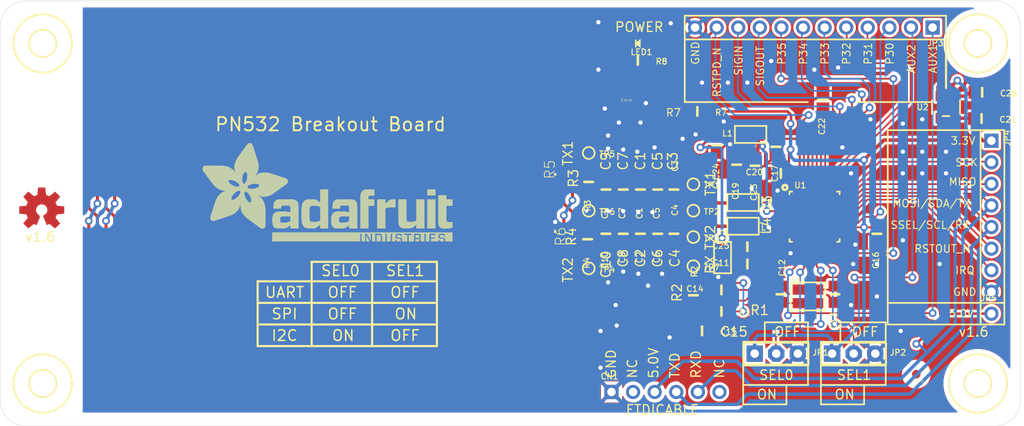
<source format=kicad_pcb>
(kicad_pcb (version 20221018) (generator pcbnew)
  (layers (0 "F.Cu" signal) (1 "In1.Cu" signal) (2 "In2.Cu" signal) (3 "In3.Cu" signal) (4 "In4.Cu" signal) (5 "In5.Cu" signal) (6 "In6.Cu" signal) (7 "In7.Cu" signal) (8 "In8.Cu" signal) (9 "In9.Cu" signal) (10 "In10.Cu" signal) (11 "In11.Cu" signal) (12 "In12.Cu" signal) (13 "In13.Cu" signal) (14 "In14.Cu" signal) (31 "B.Cu" signal) (34 "B.Paste" user) (35 "F.Paste" user) (36 "B.SilkS" user "B.Silkscreen") (37 "F.SilkS" user "F.Silkscreen") (38 "B.Mask" user) (39 "F.Mask" user) (44 "Edge.Cuts" user))
  (net 0 "")
  (net 1 "VDD")
  (net 2 "GND")
  (net 3 "N$1")
  (net 4 "N$2")
  (net 5 "N$3")
  (net 6 "N$7")
  (net 7 "N$8")
  (net 8 "N$10")
  (net 9 "N$11")
  (net 10 "N$9")
  (net 11 "N$12")
  (net 12 "SEL0")
  (net 13 "SEL1")
  (net 14 "AUX1")
  (net 15 "AUX2")
  (net 16 "P35")
  (net 17 "P30/UART_RX")
  (net 18 "IRQ")
  (net 19 "RSTOUT_N")
  (net 20 "NSS/SCL/RX")
  (net 21 "MOSI/SDA/TX")
  (net 22 "MISO")
  (net 23 "SCK")
  (net 24 "P31")
  (net 25 "P32")
  (net 26 "P33")
  (net 27 "P34/SIC_CLK")
  (net 28 "SIGOUT")
  (net 29 "SIGIN")
  (net 30 "RSTPD_N")
  (net 31 "TX1_ANTENNA")
  (net 32 "TX2_ANTENNA")
  (net 33 "N$4")
  (net 34 "N$5")
  (net 35 "N$13")
  (net 36 "N$14")
  (net 37 "N$6")
  (net 38 "+5.0V")
  (net 39 "N$15")
  (net 40 "VCC")
  (footprint "working:0805-NO" (layer "F.Cu") (at 185.2751 91.6496 -90)
    (fp_text reference "C22")
    (fp_text value "10µF")
  )
  (footprint "working:SOT23-5" (layer "F.Cu") (at 199.7511 92.5036 180)
    (fp_text reference "U2")
    (fp_text value "MIC5225-3.3V")
  )
  (footprint "working:0805-NO" (layer "F.Cu") (at 186.6881 114.5136 -90)
    (fp_text reference "C13")
    (fp_text value "33pF")
  )
  (footprint "working:0805-NO" (layer "F.Cu") (at 171.0511 118.8116)
    (fp_text reference "C15")
    (fp_text value "1000pF")
  )
  (footprint "working:0805-NO" (layer "F.Cu") (at 170.0351 114.6326 90)
    (fp_text reference "R2")
    (fp_text value "1.69K")
  )
  (footprint "working:TESTPOINT_ROUND_1MM" (layer "F.Cu") (at 170.0351 111.2076)
    (fp_text reference "TP7")
    (fp_text value "RX")
  )
  (footprint "working:0805-NO" (layer "F.Cu") (at 176.3851 108.9216 180)
    (fp_text reference "C25")
    (fp_text value "10µF")
  )
  (footprint "working:1X01_ROUND" (layer "F.Cu") (at 205.0911 116.7956)
    (fp_text reference "JP5")
    (fp_text value "")
  )
  (footprint "working:0805-NO" (layer "F.Cu") (at 179.7431 97.1666 -90)
    (fp_text reference "C17")
    (fp_text value "0.1µF")
  )
  (footprint "working:0805-NO" (layer "F.Cu") (at 172.8331 96.9836 -90)
    (fp_text reference "C24")
    (fp_text value "0.1µF")
  )
  (footprint "working:0805-NO" (layer "F.Cu") (at 177.2781 99.3966 -90)
    (fp_text reference "C23")
    (fp_text value "0.1µF")
  )
  (footprint "working:0805-NO" (layer "F.Cu") (at 170.5011 93.0036)
    (fp_text reference "R7")
    (fp_text value "10K")
  )
  (footprint "working:0805-NO" (layer "F.Cu") (at 173.3331 116.5296)
    (fp_text reference "R1")
    (fp_text value "1.0K")
  )
  (footprint "working:0805-NO" (layer "F.Cu") (at 161.7801 102.1946 -90)
    (fp_text reference "C7")
    (fp_text value "100pF")
  )
  (footprint "working:0805" (layer "F.Cu") (at 173.4641 110.1916 90)
    (fp_text reference "L2")
    (fp_text value "FERRITE")
  )
  (footprint "working:FIDUCIAL-1X2.5" (layer "F.Cu") (at 196.2531 123.9076)
    (fp_text reference "FID2" hide)
    (fp_text value "FIDUCIAL1X2.5" hide)
  )
  (footprint "working:JUMPER3" (layer "F.Cu") (at 188.8911 121.4936)
    (fp_text reference "JP2")
    (fp_text value "SEL1")
  )
  (footprint "working:0805-NO" (layer "F.Cu") (at 180.3381 114.5136 90)
    (fp_text reference "C12")
    (fp_text value "33pF")
  )
  (footprint "working:0805-NO" (layer "F.Cu") (at 165.8361 107.3936 -90)
    (fp_text reference "C6")
    (fp_text value "NC")
  )
  (footprint "working:0805-NO" (layer "F.Cu") (at 167.7411 102.1946 90)
    (fp_text reference "C3")
    (fp_text value "220pF")
  )
  (footprint "working:TESTPOINT_ROUND_1MM" (layer "F.Cu") (at 170.0351 107.7796)
    (fp_text reference "TP3")
    (fp_text value "TX2_POST")
  )
  (footprint "working:0805-NO" (layer "F.Cu") (at 167.7411 107.3936 90)
    (fp_text reference "C4")
    (fp_text value "220pF")
  )
  (footprint "working:0805" (layer "F.Cu") (at 176.7661 95.7136 180)
    (fp_text reference "L1")
    (fp_text value "FERRITE")
  )
  (footprint "working:0805-NO" (layer "F.Cu") (at 163.8081 102.1946 -90)
    (fp_text reference "C1")
    (fp_text value "22pF")
  )
  (footprint "working:TESTPOINT_ROUND_1MM" (layer "F.Cu") (at 170.0351 104.6766)
    (fp_text reference "TP2")
    (fp_text value "TGND")
  )
  (footprint "working:TESTPOINT_ROUND_1MM" (layer "F.Cu") (at 157.7281 104.6766)
    (fp_text reference "TP6")
    (fp_text value "TGND")
  )
  (footprint "working:0805-NO" (layer "F.Cu") (at 163.5011 87.0036)
    (fp_text reference "R8")
    (fp_text value "TBD")
  )
  (footprint "working:0805-NO" (layer "F.Cu") (at 159.7521 102.1946 -90)
    (fp_text reference "C9")
    (fp_text value "NC")
  )
  (footprint "working:1X12_ROUND" (layer "F.Cu") (at 184.2011 83.1376 180)
    (fp_text reference "JP3")
    (fp_text value "")
  )
  (footprint "working:MOUNTINGHOLE_3.0" (layer "F.Cu") (at 203.5011 85.0036)
    (fp_text reference "U$38" hide)
    (fp_text value "" hide)
  )
  (footprint "working:MOUNTINGHOLE_3.0" (layer "F.Cu") (at 93.5011 125.0036)
    (fp_text reference "U$36" hide)
    (fp_text value "" hide)
  )
  (footprint "working:0805-NO" (layer "F.Cu") (at 161.7801 107.3936 -90)
    (fp_text reference "C8")
    (fp_text value "100pF")
  )
  (footprint "working:OSHWLOGO_TOP_0.2" (layer "F.Cu") (at 93.3831 104.6036)
    (fp_text reference "U$50" hide)
    (fp_text value "" hide)
  )
  (footprint "working:CHIPLED_0805_NOOUTLINE" (layer "F.Cu") (at 163.5011 85.0036 90)
    (fp_text reference "LED1")
    (fp_text value "GREEN")
  )
  (footprint "working:ADAFRUIT_TEXT_30MM" (layer "F.Cu") (at 112.0521 108.2866)
    (fp_text reference "U$1" hide)
    (fp_text value "" hide)
  )
  (footprint "working:HVQFN40-6X6" (layer "F.Cu") (at 184.2911 105.3836)
    (fp_text reference "U1")
    (fp_text value "PN532")
  )
  (footprint "working:1X08_ROUND" (layer "F.Cu") (at 205.0911 105.3336 -90)
    (fp_text reference "JP4")
    (fp_text value "")
  )
  (footprint "working:0805-NO" (layer "F.Cu") (at 180.3221 100.2856 180)
    (fp_text reference "C20")
    (fp_text value "0.1µF")
  )
  (footprint "working:0805-NO" (layer "F.Cu") (at 191.6251 107.3976 -90)
    (fp_text reference "C16")
    (fp_text value "0.1µF")
  )
  (footprint "working:0805-NO" (layer "F.Cu") (at 165.8361 102.1946 -90)
    (fp_text reference "C5")
    (fp_text value "NC")
  )
  (footprint "working:0805-NO" (layer "F.Cu") (at 159.7521 107.3936 -90)
    (fp_text reference "C10")
    (fp_text value "NC")
  )
  (footprint "working:0805-NO" (layer "F.Cu") (at 175.1191 99.2696 -90)
    (fp_text reference "C19")
    (fp_text value "10µF")
  )
  (footprint "working:0805-NO" (layer "F.Cu") (at 163.8081 107.3936 -90)
    (fp_text reference "C2")
    (fp_text value "22pF")
  )
  (footprint "working:0805-NO" (layer "F.Cu") (at 173.3331 113.9976 180)
    (fp_text reference "C14")
    (fp_text value "0.1µF")
  )
  (footprint "working:MOUNTINGHOLE_3.0" (layer "F.Cu") (at 203.5011 125.0036)
    (fp_text reference "U$37" hide)
    (fp_text value "" hide)
  )
  (footprint "working:0805-NO" (layer "F.Cu") (at 176.3851 110.9536 180)
    (fp_text reference "C11")
    (fp_text value "0.1µF")
  )
  (footprint "working:R0201" (layer "F.Cu") (at 153.7791 100.4126 90)
    (fp_text reference "R5")
    (fp_text value "NC")
  )
  (footprint "working:JUMPER3" (layer "F.Cu") (at 179.7811 121.4936)
    (fp_text reference "JP1")
    (fp_text value "SEL0")
  )
  (footprint "working:R0201" (layer "F.Cu") (at 153.7791 107.1436 -90)
    (fp_text reference "R6")
    (fp_text value "NC")
  )
  (footprint "working:CRYSTAL_3.2X2.5" (layer "F.Cu") (at 183.5131 114.7636)
    (fp_text reference "Y1")
    (fp_text value "27.12MHz")
  )
  (footprint "working:0805-NO" (layer "F.Cu") (at 157.5971 108.0366 -90)
    (fp_text reference "R4")
    (fp_text value "1.5")
  )
  (footprint "working:MOUNTINGHOLE_3.0" (layer "F.Cu") (at 93.5011 85.0036)
    (fp_text reference "U$6" hide)
    (fp_text value "" hide)
  )
  (footprint "working:TESTPOINT_ROUND_1MM" (layer "F.Cu") (at 170.0351 101.5736)
    (fp_text reference "TP1")
    (fp_text value "TX1_POST")
  )
  (footprint "working:TESTPOINT_ROUND_1MM" (layer "F.Cu") (at 157.7241 97.8906)
    (fp_text reference "TP5")
    (fp_text value "TX1_PRE")
  )
  (footprint "working:FIDUCIAL-1X2.5" (layer "F.Cu") (at 161.9631 90.8876)
    (fp_text reference "FID1" hide)
    (fp_text value "FIDUCIAL1X2.5" hide)
  )
  (footprint "working:0805" (layer "F.Cu") (at 175.8771 106.5086)
    (fp_text reference "L4")
    (fp_text value "560nH")
  )
  (footprint "working:1X06_ROUND" (layer "F.Cu") (at 166.7511 126.0036)
    (fp_text reference "CN1")
    (fp_text value "FTDI")
  )
  (footprint "working:0805-NO" (layer "F.Cu") (at 203.9311 93.8376)
    (fp_text reference "C21")
    (fp_text value "10µF")
  )
  (footprint "working:0805" (layer "F.Cu") (at 175.8771 103.7146)
    (fp_text reference "L3")
    (fp_text value "560nH")
  )
  (footprint "working:0805-NO" (layer "F.Cu") (at 157.7201 101.2976 -90)
    (fp_text reference "R3")
    (fp_text value "1.5")
  )
  (footprint "working:0805-NO" (layer "F.Cu") (at 204.0011 90.7536)
    (fp_text reference "C26")
    (fp_text value "10µF")
  )
  (footprint "working:TESTPOINT_ROUND_1MM" (layer "F.Cu") (at 157.7241 111.4626)
    (fp_text reference "TP4")
    (fp_text value "TX2_PRE")
  )
  (gr_line (start 183.5131 120.0976) (end 178.4331 120.0976) (stroke (width 0.2032)) (layer "F.SilkS"))
  (gr_line (start 175.8931 122.8916) (end 183.5131 122.8916) (stroke (width 0.2032)) (layer "F.SilkS"))
  (gr_line (start 203.8171 115.5256) (end 192.8951 115.5256) (stroke (width 0.2032)) (layer "F.SilkS"))
  (gr_line (start 203.8171 118.0656) (end 206.6111 118.0656) (stroke (width 0.2032)) (layer "F.SilkS"))
  (gr_line (start 190.1171 127.4636) (end 190.1171 125.1776) (stroke (width 0.2032)) (layer "F.SilkS"))
  (gr_line (start 185.0371 127.4636) (end 190.1171 127.4636) (stroke (width 0.2032)) (layer "F.SilkS"))
  (gr_line (start 199.7531 81.7436) (end 199.7531 84.5376) (stroke (width 0.2032)) (layer "F.SilkS"))
  (gr_line (start 118.7831 115.5256) (end 118.7831 120.6056) (stroke (width 0.254)) (layer "F.SilkS"))
  (gr_line (start 178.4331 117.8116) (end 178.4331 120.0976) (stroke (width 0.2032)) (layer "F.SilkS"))
  (gr_line (start 169.0191 81.7436) (end 199.7531 81.7436) (stroke (width 0.2032)) (layer "F.SilkS"))
  (gr_line (start 185.0371 125.1776) (end 185.0371 122.8916) (stroke (width 0.2032)) (layer "F.SilkS"))
  (gr_line (start 192.6571 120.0976) (end 192.6571 122.8916) (stroke (width 0.2032)) (layer "F.SilkS"))
  (gr_line (start 183.5131 120.0976) (end 183.5131 117.8116) (stroke (width 0.2032)) (layer "F.SilkS"))
  (gr_line (start 185.0371 122.8916) (end 185.0371 120.0976) (stroke (width 0.2032)) (layer "F.SilkS"))
  (gr_line (start 178.4331 120.0976) (end 175.8931 120.0976) (stroke (width 0.2032)) (layer "F.SilkS"))
  (gr_line (start 118.7831 115.5256) (end 139.8651 115.5256) (stroke (width 0.254)) (layer "F.SilkS"))
  (gr_line (start 199.7511 84.5036) (end 199.7511 90.2536) (stroke (width 0.254)) (layer "F.SilkS"))
  (gr_line (start 206.6111 95.2056) (end 203.8171 95.2056) (stroke (width 0.2032)) (layer "F.SilkS"))
  (gr_line (start 185.0371 125.1776) (end 185.0371 127.4636) (stroke (width 0.2032)) (layer "F.SilkS"))
  (gr_line (start 118.7831 115.5256) (end 118.7831 112.9856) (stroke (width 0.254)) (layer "F.SilkS"))
  (gr_line (start 139.8651 110.6996) (end 132.2451 110.6996) (stroke (width 0.254)) (layer "F.SilkS"))
  (gr_line (start 169.0191 84.5376) (end 169.0191 81.7436) (stroke (width 0.2032)) (layer "F.SilkS"))
  (gr_line (start 139.8651 112.9856) (end 139.8651 110.6996) (stroke (width 0.254)) (layer "F.SilkS"))
  (gr_line (start 187.3231 117.8116) (end 192.6571 117.8116) (stroke (width 0.2032)) (layer "F.SilkS"))
  (gr_line (start 206.6111 118.0656) (end 206.6111 115.5256) (stroke (width 0.2032)) (layer "F.SilkS"))
  (gr_line (start 119.0371 118.0656) (end 139.8651 118.0656) (stroke (width 0.254)) (layer "F.SilkS"))
  (gr_line (start 192.6571 122.8916) (end 192.6571 125.1776) (stroke (width 0.2032)) (layer "F.SilkS"))
  (gr_line (start 132.2451 110.6996) (end 125.1331 110.6996) (stroke (width 0.254)) (layer "F.SilkS"))
  (gr_line (start 132.2451 110.6996) (end 132.2451 120.6056) (stroke (width 0.254)) (layer "F.SilkS"))
  (gr_line (start 192.6571 125.1776) (end 190.1171 125.1776) (stroke (width 0.2032)) (layer "F.SilkS"))
  (gr_line (start 192.8951 95.2056) (end 192.8951 115.5256) (stroke (width 0.2032)) (layer "F.SilkS"))
  (gr_line (start 139.8651 115.5256) (end 139.8651 112.9856) (stroke (width 0.254)) (layer "F.SilkS"))
  (gr_line (start 192.8951 118.0656) (end 203.8171 118.0656) (stroke (width 0.2032)) (layer "F.SilkS"))
  (gr_line (start 185.0371 122.8916) (end 192.6571 122.8916) (stroke (width 0.2032)) (layer "F.SilkS"))
  (gr_line (start 125.1331 120.6056) (end 132.2451 120.6056) (stroke (width 0.254)) (layer "F.SilkS"))
  (gr_line (start 125.1331 110.6996) (end 125.1331 120.6056) (stroke (width 0.254)) (layer "F.SilkS"))
  (gr_line (start 185.0371 120.0976) (end 187.3231 120.0976) (stroke (width 0.2032)) (layer "F.SilkS"))
  (gr_line (start 206.6111 115.5256) (end 203.8171 115.5256) (stroke (width 0.2032)) (layer "F.SilkS"))
  (gr_line (start 203.8171 95.2056) (end 203.8171 115.5256) (stroke (width 0.2032)) (layer "F.SilkS"))
  (gr_line (start 183.5131 125.1776) (end 183.5131 122.8916) (stroke (width 0.2032)) (layer "F.SilkS"))
  (gr_line (start 175.8931 122.8916) (end 175.8931 125.1776) (stroke (width 0.2032)) (layer "F.SilkS"))
  (gr_line (start 175.8931 125.1776) (end 180.9731 125.1776) (stroke (width 0.2032)) (layer "F.SilkS"))
  (gr_line (start 118.7831 112.9856) (end 139.8651 112.9856) (stroke (width 0.254)) (layer "F.SilkS"))
  (gr_line (start 190.1171 125.1776) (end 185.0371 125.1776) (stroke (width 0.2032)) (layer "F.SilkS"))
  (gr_line (start 203.8171 115.5256) (end 203.8171 118.0656) (stroke (width 0.2032)) (layer "F.SilkS"))
  (gr_line (start 169.0191 91.9036) (end 183.4971 91.9036) (stroke (width 0.2032)) (layer "F.SilkS"))
  (gr_line (start 187.3231 120.0976) (end 192.6571 120.0976) (stroke (width 0.2032)) (layer "F.SilkS"))
  (gr_line (start 175.8931 127.4636) (end 180.9731 127.4636) (stroke (width 0.2032)) (layer "F.SilkS"))
  (gr_line (start 192.8951 115.5256) (end 192.8951 118.0656) (stroke (width 0.2032)) (layer "F.SilkS"))
  (gr_line (start 199.7531 84.5376) (end 169.0191 84.5376) (stroke (width 0.2032)) (layer "F.SilkS"))
  (gr_line (start 183.5131 122.8916) (end 183.5131 120.0976) (stroke (width 0.2032)) (layer "F.SilkS"))
  (gr_line (start 198.0031 91.9036) (end 189.5931 91.9036) (stroke (width 0.2032)) (layer "F.SilkS"))
  (gr_line (start 187.3231 120.0976) (end 187.3231 117.8116) (stroke (width 0.2032)) (layer "F.SilkS"))
  (gr_line (start 180.9731 125.1776) (end 183.5131 125.1776) (stroke (width 0.2032)) (layer "F.SilkS"))
  (gr_line (start 139.8651 120.6056) (end 139.8651 118.0656) (stroke (width 0.254)) (layer "F.SilkS"))
  (gr_line (start 180.9731 127.4636) (end 180.9731 125.1776) (stroke (width 0.2032)) (layer "F.SilkS"))
  (gr_line (start 169.0191 84.5376) (end 169.0191 91.9036) (stroke (width 0.2032)) (layer "F.SilkS"))
  (gr_line (start 206.6111 115.5256) (end 206.6111 95.2056) (stroke (width 0.2032)) (layer "F.SilkS"))
  (gr_line (start 175.8931 120.0976) (end 175.8931 122.8916) (stroke (width 0.2032)) (layer "F.SilkS"))
  (gr_line (start 139.8651 118.0656) (end 139.8651 115.5256) (stroke (width 0.254)) (layer "F.SilkS"))
  (gr_line (start 132.2451 120.6056) (end 139.8651 120.6056) (stroke (width 0.254)) (layer "F.SilkS"))
  (gr_line (start 192.6571 117.8116) (end 192.6571 120.0976) (stroke (width 0.2032)) (layer "F.SilkS"))
  (gr_line (start 203.8171 95.2056) (end 192.8951 95.2056) (stroke (width 0.2032)) (layer "F.SilkS"))
  (gr_line (start 175.8931 125.1776) (end 175.8931 127.4636) (stroke (width 0.2032)) (layer "F.SilkS"))
  (gr_line (start 183.5131 117.8116) (end 178.4331 117.8116) (stroke (width 0.2032)) (layer "F.SilkS"))
  (gr_line (start 118.7831 120.6056) (end 125.1331 120.6056) (stroke (width 0.254)) (layer "F.SilkS"))
  (gr_arc (start 88.5011 83.0036) (mid 89.37978 80.88228) (end 91.5011 80.0036) (stroke (width 0.05)) (layer "Edge.Cuts"))
  (gr_line (start 91.5011 130.0036) (end 205.5011 130.0036) (stroke (width 0.05)) (layer "Edge.Cuts"))
  (gr_line (start 208.5011 127.0036) (end 208.5011 83.0036) (stroke (width 0.05)) (layer "Edge.Cuts"))
  (gr_arc (start 91.5011 130.0036) (mid 89.37978 129.12492) (end 88.5011 127.0036) (stroke (width 0.05)) (layer "Edge.Cuts"))
  (gr_arc (start 208.5011 127.0036) (mid 207.62242 129.12492) (end 205.5011 130.0036) (stroke (width 0.05)) (layer "Edge.Cuts"))
  (gr_line (start 88.5011 83.0036) (end 88.5011 127.0036) (stroke (width 0.05)) (layer "Edge.Cuts"))
  (gr_arc (start 205.5011 80.0036) (mid 207.62242 80.88228) (end 208.5011 83.0036) (stroke (width 0.05)) (layer "Edge.Cuts"))
  (gr_line (start 205.5011 80.0036) (end 91.5011 80.0036) (stroke (width 0.05)) (layer "Edge.Cuts"))
  (gr_text "MOSI/SDA/TX" (at 193.4031 104.3496) (layer "F.SilkS") (effects (font (size 0.89408 0.89408) (thickness 0.12192)) (justify left bottom)))
  (gr_text "C9" (at 160.3871 100.0396 90) (layer "F.SilkS") (effects (font (size 1.1176 1.1176) (thickness 0.1524)) (justify left bottom)))
  (gr_text "AUX1" (at 198.7371 88.6016 90) (layer "F.SilkS") (effects (font (size 0.89408 0.89408) (thickness 0.12192)) (justify left bottom)))
  (gr_text "RXD" (at 171.0011 124.5036 90) (layer "F.SilkS") (effects (font (size 1.1176 1.1176) (thickness 0.1524)) (justify left bottom)))
  (gr_text "3.3V" (at 200.2251 96.9836) (layer "F.SilkS") (effects (font (size 0.89408 0.89408) (thickness 0.12192)) (justify left bottom)))
  (gr_text "P31" (at 191.1171 87.5856 90) (layer "F.SilkS") (effects (font (size 0.89408 0.89408) (thickness 0.12192)) (justify left bottom)))
  (gr_text "P33" (at 186.0371 87.5856 90) (layer "F.SilkS") (effects (font (size 0.89408 0.89408) (thickness 0.12192)) (justify left bottom)))
  (gr_text "v1.6" (at 201.1501 119.5896) (layer "F.SilkS") (effects (font (size 1.1176 1.1176) (thickness 0.1524)) (justify left bottom)))
  (gr_text "R7" (at 166.7371 93.6776) (layer "F.SilkS") (effects (font (size 0.89408 0.89408) (thickness 0.12192)) (justify left bottom)))
  (gr_text "SPI" (at 120.3071 117.5576) (layer "F.SilkS") (effects (font (size 1.251712 1.251712) (thickness 0.170688)) (justify left bottom)))
  (gr_text "R2" (at 168.7691 115.5216 90) (layer "F.SilkS") (effects (font (size 1.1176 1.1176) (thickness 0.1524)) (justify left bottom)))
  (gr_text "SEL0" (at 126.1491 112.4776) (layer "F.SilkS") (effects (font (size 1.251712 1.251712) (thickness 0.170688)) (justify left bottom)))
  (gr_text "C6" (at 166.4711 111.4576 90) (layer "F.SilkS") (effects (font (size 1.1176 1.1176) (thickness 0.1524)) (justify left bottom)))
  (gr_text "SIGIN" (at 175.8771 88.8556 90) (layer "F.SilkS") (effects (font (size 0.89408 0.89408) (thickness 0.12192)) (justify left bottom)))
  (gr_text "SSEL/SCL/RX" (at 193.1491 106.8896) (layer "F.SilkS") (effects (font (size 0.89408 0.89408) (thickness 0.12192)) (justify left bottom)))
  (gr_text "ON" (at 177.4171 126.9556) (layer "F.SilkS") (effects (font (size 1.1176 1.1176) (thickness 0.1524)) (justify left bottom)))
  (gr_text "FTDICABLE" (at 162.0011 128.7536) (layer "F.SilkS") (effects (font (size 1.1176 1.1176) (thickness 0.1524)) (justify left bottom)))
  (gr_text "OFF" (at 126.9111 117.5576) (layer "F.SilkS") (effects (font (size 1.251712 1.251712) (thickness 0.170688)) (justify left bottom)))
  (gr_text "GND" (at 170.7971 87.5856 90) (layer "F.SilkS") (effects (font (size 0.89408 0.89408) (thickness 0.12192)) (justify left bottom)))
  (gr_text "L3" (at 179.3621 104.9136 90) (layer "F.SilkS") (effects (font (size 1.1176 1.1176) (thickness 0.1524)) (justify left bottom)))
  (gr_text "OFF" (at 188.5931 119.5896) (layer "F.SilkS") (effects (font (size 1.1176 1.1176) (thickness 0.1524)) (justify left bottom)))
  (gr_text "POWER" (at 160.7211 83.7336) (layer "F.SilkS") (effects (font (size 1.1176 1.1176) (thickness 0.1524)) (justify left bottom)))
  (gr_text "5.0V" (at 200.0071 117.3036) (layer "F.SilkS") (effects (font (size 0.89408 0.89408) (thickness 0.12192)) (justify left bottom)))
  (gr_text "GND" (at 200.5151 114.7636) (layer "F.SilkS") (effects (font (size 0.89408 0.89408) (thickness 0.12192)) (justify left bottom)))
  (gr_text "SEL1" (at 133.7691 112.4776) (layer "F.SilkS") (effects (font (size 1.251712 1.251712) (thickness 0.170688)) (justify left bottom)))
  (gr_text "C7" (at 162.4151 100.0396 90) (layer "F.SilkS") (effects (font (size 1.1176 1.1176) (thickness 0.1524)) (justify left bottom)))
  (gr_text "RSTPD_N" (at 173.3371 91.3956 90) (layer "F.SilkS") (effects (font (size 0.89408 0.89408) (thickness 0.12192)) (justify left bottom)))
  (gr_text "SEL0" (at 177.6711 124.6696) (layer "F.SilkS") (effects (font (size 1.1176 1.1176) (thickness 0.1524)) (justify left bottom)))
  (gr_text "I2C" (at 120.3071 120.0976) (layer "F.SilkS") (effects (font (size 1.251712 1.251712) (thickness 0.170688)) (justify left bottom)))
  (gr_text "RSTOUT_N" (at 195.9431 109.6836) (layer "F.SilkS") (effects (font (size 0.89408 0.89408) (thickness 0.12192)) (justify left bottom)))
  (gr_text "P34" (at 183.4971 87.5856 90) (layer "F.SilkS") (effects (font (size 0.89408 0.89408) (thickness 0.12192)) (justify left bottom)))
  (gr_text "L4" (at 179.2351 107.5806 90) (layer "F.SilkS") (effects (font (size 1.1176 1.1176) (thickness 0.1524)) (justify left bottom)))
  (gr_text "C10" (at 160.3871 112.7236 90) (layer "F.SilkS") (effects (font (size 1.1176 1.1176) (thickness 0.1524)) (justify left bottom)))
  (gr_text "C8" (at 162.4151 111.4576 90) (layer "F.SilkS") (effects (font (size 1.1176 1.1176) (thickness 0.1524)) (justify left bottom)))
  (gr_text "TX2" (at 155.9231 113.2396 90) (layer "F.SilkS") (effects (font (size 1.1176 1.1176) (thickness 0.1524)) (justify left bottom)))
  (gr_text "R3" (at 156.5811 102.0596 90) (layer "F.SilkS") (effects (font (size 1.1176 1.1176) (thickness 0.1524)) (justify left bottom)))
  (gr_text "ON" (at 186.5611 126.9556) (layer "F.SilkS") (effects (font (size 1.1176 1.1176) (thickness 0.1524)) (justify left bottom)))
  (gr_text "R1" (at 176.6311 117.0416) (layer "F.SilkS") (effects (font (size 1.1176 1.1176) (thickness 0.1524)) (justify left bottom)))
  (gr_text "C3" (at 168.2491 100.0396 90) (layer "F.SilkS") (effects (font (size 1.1176 1.1176) (thickness 0.1524)) (justify left bottom)))
  (gr_text "AUX2" (at 196.1971 88.6016 90) (layer "F.SilkS") (effects (font (size 0.89408 0.89408) (thickness 0.12192)) (justify left bottom)))
  (gr_text "C15" (at 173.0831 119.5736) (layer "F.SilkS") (effects (font (size 1.1176 1.1176) (thickness 0.1524)) (justify left bottom)))
  (gr_text "RX" (at 172.6871 112.2236 90) (layer "F.SilkS") (effects (font (size 1.1176 1.1176) (thickness 0.1524)) (justify left bottom)))
  (gr_text "NC" (at 173.7551 124.5036 90) (layer "F.SilkS") (effects (font (size 1.1176 1.1176) (thickness 0.1524)) (justify left bottom)))
  (gr_text "TXD" (at 168.5011 124.5036 90) (layer "F.SilkS") (effects (font (size 1.1176 1.1176) (thickness 0.1524)) (justify left bottom)))
  (gr_text "P35" (at 180.9571 87.5856 90) (layer "F.SilkS") (effects (font (size 0.89408 0.89408) (thickness 0.12192)) (justify left bottom)))
  (gr_text "C4" (at 168.4991 111.4576 90) (layer "F.SilkS") (effects (font (size 1.1176 1.1176) (thickness 0.1524)) (justify left bottom)))
  (gr_text "C1" (at 164.4391 100.0396 90) (layer "F.SilkS") (effects (font (size 1.1176 1.1176) (thickness 0.1524)) (justify left bottom)))
  (gr_text "OFF" (at 134.2771 120.0976) (layer "F.SilkS") (effects (font (size 1.251712 1.251712) (thickness 0.170688)) (justify left bottom)))
  (gr_text "IRQ" (at 200.7691 112.2236) (layer "F.SilkS") (effects (font (size 0.89408 0.89408) (thickness 0.12192)) (justify left bottom)))
  (gr_text "OFF" (at 134.2771 115.0176) (layer "F.SilkS") (effects (font (size 1.251712 1.251712) (thickness 0.170688)) (justify left bottom)))
  (gr_text "TX2" (at 172.6871 109.4296 90) (layer "F.SilkS") (effects (font (size 1.1176 1.1176) (thickness 0.1524)) (justify left bottom)))
  (gr_text "OFF" (at 126.9111 115.0176) (layer "F.SilkS") (effects (font (size 1.251712 1.251712) (thickness 0.170688)) (justify left bottom)))
  (gr_text "UART" (at 119.5451 115.0176) (layer "F.SilkS") (effects (font (size 1.251712 1.251712) (thickness 0.170688)) (justify left bottom)))
  (gr_text "C5" (at 166.4711 100.0396 90) (layer "F.SilkS") (effects (font (size 1.1176 1.1176) (thickness 0.1524)) (justify left bottom)))
  (gr_text "v1.6" (at 91.3511 108.4136) (layer "F.SilkS") (effects (font (size 1.1176 1.1176) (thickness 0.1524)) (justify left bottom)))
  (gr_text "GND" (at 161.0051 124.5036 90) (layer "F.SilkS") (effects (font (size 1.1176 1.1176) (thickness 0.1524)) (justify left bottom)))
  (gr_text "PN532 Breakout Board" (at 113.6471 95.4356) (layer "F.SilkS") (effects (font (size 1.56464 1.56464) (thickness 0.21336)) (justify left bottom)))
  (gr_text "P32" (at 188.5771 87.5856 90) (layer "F.SilkS") (effects (font (size 0.89408 0.89408) (thickness 0.12192)) (justify left bottom)))
  (gr_text "5.0V" (at 166.0051 124.5036 90) (layer "F.SilkS") (effects (font (size 1.1176 1.1176) (thickness 0.1524)) (justify left bottom)))
  (gr_text "P30" (at 193.6571 87.5856 90) (layer "F.SilkS") (effects (font (size 0.89408 0.89408) (thickness 0.12192)) (justify left bottom)))
  (gr_text "ON" (at 127.4191 120.0976) (layer "F.SilkS") (effects (font (size 1.251712 1.251712) (thickness 0.170688)) (justify left bottom)))
  (gr_text "OFF" (at 179.4491 119.5896) (layer "F.SilkS") (effects (font (size 1.1176 1.1176) (thickness 0.1524)) (justify left bottom)))
  (gr_text "SEL1" (at 186.8151 124.6696) (layer "F.SilkS") (effects (font (size 1.1176 1.1176) (thickness 0.1524)) (justify left bottom)))
  (gr_text "TX1" (at 155.9231 99.5236 90) (layer "F.SilkS") (effects (font (size 1.1176 1.1176) (thickness 0.1524)) (justify left bottom)))
  (gr_text "SCK" (at 200.7691 99.5236) (layer "F.SilkS") (effects (font (size 0.89408 0.89408) (thickness 0.12192)) (justify left bottom)))
  (gr_text "R4" (at 156.3311 108.9256 90) (layer "F.SilkS") (effects (font (size 1.1176 1.1176) (thickness 0.1524)) (justify left bottom)))
  (gr_text "NC" (at 163.5051 124.5036 90) (layer "F.SilkS") (effects (font (size 1.1176 1.1176) (thickness 0.1524)) (justify left bottom)))
  (gr_text "ON" (at 134.7851 117.5576) (layer "F.SilkS") (effects (font (size 1.251712 1.251712) (thickness 0.170688)) (justify left bottom)))
  (gr_text "TX1" (at 172.6871 103.0796 90) (layer "F.SilkS") (effects (font (size 1.1176 1.1176) (thickness 0.1524)) (justify left bottom)))
  (gr_text "SIGOUT" (at 178.4171 90.1256 90) (layer "F.SilkS") (effects (font (size 0.89408 0.89408) (thickness 0.12192)) (justify left bottom)))
  (gr_text "C2" (at 164.4431 111.4576 90) (layer "F.SilkS") (effects (font (size 1.1176 1.1176) (thickness 0.1524)) (justify left bottom)))
  (gr_text "MISO" (at 200.0071 101.8096) (layer "F.SilkS") (effects (font (size 0.89408 0.89408) (thickness 0.12192)) (justify left bottom)))
  (segment (start 191.5391 106.6336) (end 191.6251 106.4476) (width 0.2032) (layer "F.Cu") (net 1))
  (segment (start 170.7511 94.5036) (end 166.7511 94.5036) (width 0.4064) (layer "F.Cu") (net 1))
  (segment (start 171.4511 93.0036) (end 171.2511 93.1036) (width 0.4064) (layer "F.Cu") (net 1))
  (segment (start 166.0011 85.7536) (end 165.2511 85.0036) (width 0.4064) (layer "F.Cu") (net 1))
  (segment (start 190.0991 106.6336) (end 187.2811 106.6336) (width 0.2032) (layer "F.Cu") (net 1))
  (segment (start 181.5211 102.3176) (end 181.5211 100.7986) (width 0.2032) (layer "F.Cu") (net 1))
  (segment (start 200.7511 95.7536) (end 200.7511 93.8537) (width 0.4064) (layer "F.Cu") (net 1))
  (segment (start 204.0951 96.4436) (end 205.0911 96.4436) (width 0.4064) (layer "F.Cu") (net 1))
  (segment (start 190.1011 98.7108) (end 192.4383 96.3736) (width 0.4064) (layer "F.Cu") (net 1))
  (segment (start 181.5971 102.3936) (end 181.5211 102.3176) (width 0.2032) (layer "F.Cu") (net 1))
  (segment (start 181.5211 100.7986) (end 181.2721 100.2856) (width 0.2032) (layer "F.Cu") (net 1))
  (segment (start 200.7511 93.8537) (end 200.7011 93.8037) (width 0.4064) (layer "F.Cu") (net 1))
  (segment (start 190.1011 106.6356) (end 190.1031 106.6336) (width 0.2032) (layer "F.Cu") (net 1))
  (segment (start 171.2511 93.1036) (end 171.2511 94.0036) (width 0.4064) (layer "F.Cu") (net 1))
  (segment (start 202.8571 95.2056) (end 204.0951 96.4436) (width 0.4064) (layer "F.Cu") (net 1))
  (segment (start 202.9811 93.8376) (end 202.8571 93.9616) (width 0.4064) (layer "F.Cu") (net 1))
  (segment (start 179.7711 93.0036) (end 171.4511 93.0036) (width 0.3048) (layer "F.Cu") (net 1))
  (segment (start 200.7011 93.8037) (end 202.9472 93.8037) (width 0.4064) (layer "F.Cu") (net 1))
  (segment (start 202.8571 93.9616) (end 202.8571 95.2056) (width 0.4064) (layer "F.Cu") (net 1))
  (segment (start 166.7511 94.5036) (end 166.0011 93.7536) (width 0.4064) (layer "F.Cu") (net 1))
  (segment (start 181.2721 97.6846) (end 181.4651 97.4916) (width 0.254) (layer "F.Cu") (net 1))
  (segment (start 171.2511 94.0036) (end 170.7511 94.5036) (width 0.4064) (layer "F.Cu") (net 1))
  (segment (start 190.1031 106.6336) (end 191.5391 106.6336) (width 0.2032) (layer "F.Cu") (net 1))
  (segment (start 179.7711 93.0036) (end 181.0971 93.0036) (width 0.3048) (layer "F.Cu") (net 1))
  (segment (start 165.2511 85.0036) (end 164.5511 85.0036) (width 0.4064) (layer "F.Cu") (net 1))
  (segment (start 200.1311 96.3736) (end 200.7511 95.7536) (width 0.4064) (layer "F.Cu") (net 1))
  (segment (start 202.9811 93.8376) (end 202.965 93.8537) (width 0.4064) (layer "F.Cu") (net 1))
  (segment (start 181.2721 100.2856) (end 181.2721 97.6846) (width 0.254) (layer "F.Cu") (net 1))
  (segment (start 181.0971 93.0036) (end 181.5211 93.4276) (width 0.3048) (layer "F.Cu") (net 1))
  (segment (start 190.1011 106.6356) (end 190.0991 106.6336) (width 0.2032) (layer "F.Cu") (net 1))
  (segment (start 182.0411 102.3936) (end 181.5971 102.3936) (width 0.2032) (layer "F.Cu") (net 1))
  (segment (start 202.9472 93.8037) (end 202.9811 93.8376) (width 0.4064) (layer "F.Cu") (net 1))
  (segment (start 181.5211 94.3876) (end 181.4651 94.4436) (width 0.3048) (layer "F.Cu") (net 1))
  (segment (start 202.9811 93.8376) (end 202.9811 94.3336) (width 0.4064) (layer "F.Cu") (net 1))
  (segment (start 181.5211 93.4276) (end 181.5211 94.3876) (width 0.3048) (layer "F.Cu") (net 1))
  (segment (start 166.0011 93.7536) (end 166.0011 85.7536) (width 0.4064) (layer "F.Cu") (net 1))
  (segment (start 192.4383 96.3736) (end 200.1311 96.3736) (width 0.4064) (layer "F.Cu") (net 1))
  (via (at 181.4651 94.4436) (size 0.9064) (drill 0.5) (layers "F.Cu" "B.Cu") (net 1))
  (via (at 181.4651 97.4916) (size 0.9064) (drill 0.5) (layers "F.Cu" "B.Cu") (net 1))
  (via (at 190.1011 106.6356) (size 0.9064) (drill 0.5) (layers "F.Cu" "B.Cu") (net 1))
  (via (at 190.1011 98.7108) (size 0.9064) (drill 0.5) (layers "F.Cu" "B.Cu") (net 1))
  (segment (start 181.4651 98.2926) (end 181.4651 97.4916) (width 0.254) (layer "B.Cu") (net 1))
  (segment (start 186.2911 119.8436) (end 186.2911 121.4336) (width 0.4064) (layer "B.Cu") (net 1))
  (segment (start 177.6551 119.3356) (end 185.7831 119.3356) (width 0.4064) (layer "B.Cu") (net 1))
  (segment (start 190.1011 117.7436) (end 190.1011 106.6356) (width 0.4064) (layer "B.Cu") (net 1))
  (segment (start 181.9341 98.7616) (end 181.4651 98.2926) (width 0.4064) (layer "B.Cu") (net 1))
  (segment (start 181.4651 97.4916) (end 181.4651 94.4436) (width 0.4064) (layer "B.Cu") (net 1))
  (segment (start 185.7831 119.3356) (end 186.2911 119.8436) (width 0.4064) (layer "B.Cu") (net 1))
  (segment (start 190.1011 106.6356) (end 190.1011 98.7108) (width 0.4064) (layer "B.Cu") (net 1))
  (segment (start 186.2911 121.4336) (end 186.3511 121.4936) (width 0.2032) (layer "B.Cu") (net 1))
  (segment (start 190.0503 98.7616) (end 181.9341 98.7616) (width 0.4064) (layer "B.Cu") (net 1))
  (segment (start 190.1011 98.7108) (end 190.0503 98.7616) (width 0.4064) (layer "B.Cu") (net 1))
  (segment (start 181.4651 98.2926) (end 181.4651 97.4916) (width 0.4064) (layer "B.Cu") (net 1))
  (segment (start 177.2411 119.7496) (end 177.6551 119.3356) (width 0.4064) (layer "B.Cu") (net 1))
  (segment (start 186.3511 121.4936) (end 190.1011 117.7436) (width 0.4064) (layer "B.Cu") (net 1))
  (segment (start 177.2411 121.4936) (end 177.2411 119.7496) (width 0.4064) (layer "B.Cu") (net 1))
  (segment (start 179.3721 101.8706) (end 179.9411 102.3176) (width 0.2032) (layer "F.Cu") (net 2))
  (segment (start 177.6551 107.6516) (end 178.1631 107.1436) (width 0.2032) (layer "F.Cu") (net 2))
  (segment (start 188.0691 111.4616) (end 187.3071 110.6996) (width 0.2032) (layer "F.Cu") (net 2))
  (segment (start 180.1579 102.5344) (end 179.9411 102.3176) (width 0.2032) (layer "F.Cu") (net 2))
  (segment (start 181.4651 109.6836) (end 182.0411 109.1076) (width 0.2032) (layer "F.Cu") (net 2))
  (segment (start 175.4351 108.9216) (end 176.7051 107.6516) (width 0.2032) (layer "F.Cu") (net 2))
  (segment (start 183.2371 106.1336) (end 183.2431 106.1276) (width 0.2032) (layer "F.Cu") (net 2))
  (segment (start 181.3011 104.1336) (end 180.8173 104.1336) (width 0.2032) (layer "F.Cu") (net 2))
  (segment (start 186.2403 110.6996) (end 185.5411 110.0004) (width 0.2032) (layer "F.Cu") (net 2))
  (segment (start 185.5411 106.6336) (end 184.2911 105.3836) (width 0.2032) (layer "F.Cu") (net 2))
  (segment (start 185.5411 110.0004) (end 185.5411 108.3736) (width 0.2032) (layer "F.Cu") (net 2))
  (segment (start 181.3011 106.1336) (end 183.2371 106.1336) (width 0.2032) (layer "F.Cu") (net 2))
  (segment (start 178.1631 107.1436) (end 178.1631 106.6356) (width 0.2032) (layer "F.Cu") (net 2))
  (segment (start 182.7351 104.0956) (end 182.7351 103.5876) (width 0.2032) (layer "F.Cu") (net 2))
  (segment (start 182.6971 104.1336) (end 182.6971 104.1336) (width 0.2032) (layer "F.Cu") (net 2))
  (segment (start 185.5411 108.3736) (end 185.5411 106.6336) (width 0.2032) (layer "F.Cu") (net 2))
  (segment (start 182.7351 103.5876) (end 182.4811 103.5876) (width 0.2032) (layer "F.Cu") (net 2))
  (segment (start 181.3011 104.1336) (end 182.6971 104.1336) (width 0.2032) (layer "F.Cu") (net 2))
  (segment (start 161.7801 104.6766) (end 161.7801 103.1446) (width 0.4064) (layer "F.Cu") (net 2))
  (segment (start 180.2341 102.5344) (end 180.1579 102.5344) (width 0.2032) (layer "F.Cu") (net 2))
  (segment (start 157.7281 104.6766) (end 161.7801 104.6766) (width 0.2032) (layer "F.Cu") (net 2))
  (segment (start 182.0411 109.1076) (end 182.0411 108.3736) (width 0.2032) (layer "F.Cu") (net 2))
  (segment (start 188.0691 115.0176) (end 188.0691 111.4616) (width 0.2032) (layer "F.Cu") (net 2))
  (segment (start 178.6711 106.1276) (end 178.6771 106.1336) (width 0.2032) (layer "F.Cu") (net 2))
  (segment (start 179.9411 103.2574) (end 179.9411 102.3176) (width 0.2032) (layer "F.Cu") (net 2))
  (segment (start 179.3721 100.2856) (end 179.3721 101.8706) (width 0.2032) (layer "F.Cu") (net 2))
  (segment (start 153.7791 106.0006) (end 153.7791 100.1576) (width 0.3556) (layer "F.Cu") (net 2))
  (segment (start 180.8173 104.1336) (end 179.9411 103.2574) (width 0.2032) (layer "F.Cu") (net 2))
  (segment (start 187.0301 115.5256) (end 187.5611 115.5256) (width 0.2032) (layer "F.Cu") (net 2))
  (segment (start 186.6881 115.4636) (end 187.0301 115.5256) (width 0.2032) (layer "F.Cu") (net 2))
  (segment (start 187.5611 115.5256) (end 188.0691 115.0176) (width 0.2032) (layer "F.Cu") (net 2))
  (segment (start 153.7791 106.8886) (end 153.7791 106.0006) (width 0.3556) (layer "F.Cu") (net 2))
  (segment (start 153.7791 107.7786) (end 153.7791 106.8886) (width 0.4064) (layer "F.Cu") (net 2))
  (segment (start 161.7801 104.6766) (end 170.0351 104.6766) (width 0.2032) (layer "F.Cu") (net 2))
  (segment (start 180.8333 103.1336) (end 181.3011 103.1336) (width 0.2032) (layer "F.Cu") (net 2))
  (segment (start 161.7801 104.6766) (end 161.7801 106.4436) (width 0.4064) (layer "F.Cu") (net 2))
  (segment (start 178.1631 106.6356) (end 178.6711 106.1276) (width 0.2032) (layer "F.Cu") (net 2))
  (segment (start 171.9401 113.4546) (end 172.9561 112.4776) (width 0.2032) (layer "F.Cu") (net 2))
  (segment (start 159.7521 106.4436) (end 159.7521 103.1446) (width 0.4064) (layer "F.Cu") (net 2))
  (segment (start 187.3071 110.6996) (end 186.2403 110.6996) (width 0.2032) (layer "F.Cu") (net 2))
  (segment (start 172.3831 113.9976) (end 171.9401 113.4546) (width 0.2032) (layer "F.Cu") (net 2))
  (segment (start 180.2341 102.5344) (end 180.8333 103.1336) (width 0.2032) (layer "F.Cu") (net 2))
  (segment (start 182.6971 104.1336) (end 182.7351 104.0956) (width 0.2032) (layer "F.Cu") (net 2))
  (segment (start 176.7051 107.6516) (end 177.6551 107.6516) (width 0.2032) (layer "F.Cu") (net 2))
  (segment (start 178.6771 106.1336) (end 181.3011 106.1336) (width 0.2032) (layer "F.Cu") (net 2))
  (via (at 199.7531 97.7456) (size 0.9064) (drill 0.5) (layers "F.Cu" "B.Cu") (net 2))
  (via (at 167.3681 82.6326) (size 0.9064) (drill 0.5) (layers "F.Cu" "B.Cu") (net 2))
  (via (at 194.6731 97.7456) (size 0.9064) (drill 0.5) (layers "F.Cu" "B.Cu") (net 2))
  (via (at 153.7791 106.0006) (size 0.9064) (drill 0.5) (layers "F.Cu" "B.Cu") (net 2))
  (via (at 174.3531 96.8646) (size 0.9064) (drill 0.5) (layers "F.Cu" "B.Cu") (net 2))
  (via (at 160.0021 104.7306) (size 0.9064) (drill 0.5) (layers "F.Cu" "B.Cu") (net 2))
  (via (at 159.1131 123.1456) (size 0.9064) (drill 0.5) (layers "F.Cu" "B.Cu") (net 2))
  (via (at 160.0021 97.3686) (size 0.9064) (drill 0.5) (layers "F.Cu" "B.Cu") (net 2))
  (via (at 190.8631 93.9356) (size 0.9064) (drill 0.5) (layers "F.Cu" "B.Cu") (net 2))
  (via (at 170.2891 95.7136) (size 0.9064) (drill 0.5) (layers "F.Cu" "B.Cu") (net 2))
  (via (at 173.6031 94.1976) (size 0.9064) (drill 0.5) (layers "F.Cu" "B.Cu") (net 2))
  (via (at 160.0021 113.1126) (size 0.9064) (drill 0.5) (layers "F.Cu" "B.Cu") (net 2))
  (via (at 159.6211 92.6656) (size 0.9064) (drill 0.5) (layers "F.Cu" "B.Cu") (net 2))
  (via (at 161.2721 94.3166) (size 0.9064) (drill 0.5) (layers "F.Cu" "B.Cu") (net 2))
  (via (at 157.4621 104.7306) (size 0.8064) (drill 0.4) (layers "F.Cu" "B.Cu") (net 2))
  (via (at 158.8591 82.5056) (size 0.9064) (drill 0.5) (layers "F.Cu" "B.Cu") (net 2))
  (via (at 163.5581 104.8576) (size 0.9064) (drill 0.5) (layers "F.Cu" "B.Cu") (net 2))
  (via (at 171.0511 89.6176) (size 0.9064) (drill 0.5) (layers "F.Cu" "B.Cu") (net 2))
  (via (at 159.1131 118.8276) (size 0.9064) (drill 0.5) (layers "F.Cu" "B.Cu") (net 2))
  (via (at 172.9561 112.4776) (size 0.9064) (drill 0.5) (layers "F.Cu" "B.Cu") (net 2))
  (via (at 199.7531 100.2856) (size 0.9064) (drill 0.5) (layers "F.Cu" "B.Cu") (net 2))
  (via (at 191.6251 110.9536) (size 0.9064) (drill 0.5) (layers "F.Cu" "B.Cu") (net 2))
  (via (at 196.9591 97.7456) (size 0.9064) (drill 0.5) (layers "F.Cu" "B.Cu") (net 2))
  (via (at 176.8931 102.0636) (size 0.9064) (drill 0.5) (layers "F.Cu" "B.Cu") (net 2))
  (via (at 187.5611 97.2376) (size 0.9064) (drill 0.5) (layers "F.Cu" "B.Cu") (net 2))
  (via (at 174.0991 89.6176) (size 0.9064) (drill 0.5) (layers "F.Cu" "B.Cu") (net 2))
  (via (at 165.2091 104.8576) (size 0.9064) (drill 0.5) (layers "F.Cu" "B.Cu") (net 2))
  (via (at 178.9251 106.6356) (size 0.9064) (drill 0.5) (layers "F.Cu" "B.Cu") (net 2))
  (via (at 188.5771 100.2856) (size 0.9064) (drill 0.5) (layers "F.Cu" "B.Cu") (net 2))
  (via (at 164.4471 92.0306) (size 0.9064) (drill 0.5) (layers "F.Cu" "B.Cu") (net 2))
  (via (at 187.0531 87.8396) (size 0.9064) (drill 0.5) (layers "F.Cu" "B.Cu") (net 2))
  (via (at 164.7011 113.4936) (size 0.9064) (drill 0.5) (layers "F.Cu" "B.Cu") (net 2))
  (via (at 194.6731 100.2856) (size 0.9064) (drill 0.5) (layers "F.Cu" "B.Cu") (net 2))
  (via (at 161.7801 111.8426) (size 0.9064) (drill 0.5) (layers "F.Cu" "B.Cu") (net 2))
  (via (at 168.7651 96.2216) (size 0.9064) (drill 0.5) (layers "F.Cu" "B.Cu") (net 2))
  (via (at 179.1791 87.0776) (size 0.9064) (drill 0.5) (layers "F.Cu" "B.Cu") (net 2))
  (via (at 161.0181 118.1926) (size 0.9064) (drill 0.5) (layers "F.Cu" "B.Cu") (net 2))
  (via (at 167.2411 119.5896) (size 0.9064) (drill 0.5) (layers "F.Cu" "B.Cu") (net 2))
  (via (at 179.9411 102.3176) (size 0.9064) (drill 0.5) (layers "F.Cu" "B.Cu") (net 2))
  (via (at 199.0071 110.9536) (size 0.9064) (drill 0.5) (layers "F.Cu" "B.Cu") (net 2))
  (via (at 176.3851 89.6176) (size 0.9064) (drill 0.5) (layers "F.Cu" "B.Cu") (net 2))
  (via (at 188.8311 110.9536) (size 0.9064) (drill 0.5) (layers "F.Cu" "B.Cu") (net 2))
  (via (at 161.7801 97.4916) (size 0.9064) (drill 0.5) (layers "F.Cu" "B.Cu") (net 2))
  (via (at 196.9591 100.2856) (size 0.9064) (drill 0.5) (layers "F.Cu" "B.Cu") (net 2))
  (via (at 194.6731 108.1596) (size 0.9064) (drill 0.5) (layers "F.Cu" "B.Cu") (net 2))
  (via (at 191.6251 114.7636) (size 0.9064) (drill 0.5) (layers "F.Cu" "B.Cu") (net 2))
  (via (at 194.6731 94.4436) (size 0.9064) (drill 0.5) (layers "F.Cu" "B.Cu") (net 2))
  (via (at 163.5581 112.0966) (size 0.9064) (drill 0.5) (layers "F.Cu" "B.Cu") (net 2))
  (via (at 160.0021 95.8406) (size 0.9064) (drill 0.5) (layers "F.Cu" "B.Cu") (net 2))
  (via (at 166.3521 112.0966) (size 0.9064) (drill 0.5) (layers "F.Cu" "B.Cu") (net 2))
  (via (at 196.9591 93.9356) (size 0.9064) (drill 0.5) (layers "F.Cu" "B.Cu") (net 2))
  (via (at 158.8591 88.0936) (size 0.9064) (drill 0.5) (layers "F.Cu" "B.Cu") (net 2))
  (via (at 184.2591 88.0936) (size 0.9064) (drill 0.5) (layers "F.Cu" "B.Cu") (net 2))
  (via (at 160.8911 115.7796) (size 0.9064) (drill 0.5) (layers "F.Cu" "B.Cu") (net 2))
  (via (at 163.4311 97.7456) (size 0.9064) (drill 0.5) (layers "F.Cu" "B.Cu") (net 2))
  (via (at 188.5771 115.7796) (size 0.9064) (drill 0.5) (layers "F.Cu" "B.Cu") (net 2))
  (via (at 194.4191 118.8276) (size 0.9064) (drill 0.5) (layers "F.Cu" "B.Cu") (net 2))
  (via (at 181.4651 109.6836) (size 0.9064) (drill 0.5) (layers "F.Cu" "B.Cu") (net 2))
  (via (at 189.0851 108.6676) (size 0.9064) (drill 0.5) (layers "F.Cu" "B.Cu") (net 2))
  (via (at 163.8121 94.3166) (size 0.9064) (drill 0.5) (layers "F.Cu" "B.Cu") (net 2))
  (via (at 165.4631 97.2416) (size 0.9064) (drill 0.5) (layers "F.Cu" "B.Cu") (net 2))
  (via (at 161.7801 104.7306) (size 0.9064) (drill 0.5) (layers "F.Cu" "B.Cu") (net 2))
  (segment (start 153.7791 106.0006) (end 153.7791 104.8576) (width 0.4064) (layer "B.Cu") (net 2))
  (segment (start 179.5601 103.7146) (end 176.8271 103.7146) (width 0.2032) (layer "F.Cu") (net 3))
  (segment (start 181.3011 104.6336) (end 180.4791 104.6336) (width 0.2032) (layer "F.Cu") (net 3))
  (segment (start 180.4791 104.6336) (end 179.5601 103.7146) (width 0.2032) (layer "F.Cu") (net 3))
  (segment (start 177.4011 106.3816) (end 178.1491 105.6336) (width 0.2032) (layer "F.Cu") (net 4))
  (segment (start 176.8271 106.5086) (end 177.4011 106.3816) (width 0.2032) (layer "F.Cu") (net 4))
  (segment (start 178.1491 105.6336) (end 181.3011 105.6336) (width 0.2032) (layer "F.Cu") (net 4))
  (segment (start 170.0351 102.1066) (end 170.0351 102.1906) (width 0.2032) (layer "F.Cu") (net 5))
  (segment (start 169.4841 101.6166) (end 170.0351 101.5736) (width 0.4064) (layer "F.Cu") (net 5))
  (segment (start 163.8081 103.1446) (end 165.8361 103.1446) (width 0.2032) (layer "F.Cu") (net 5))
  (segment (start 171.1781 102.3176) (end 172.6361 103.7756) (width 0.4064) (layer "F.Cu") (net 5))
  (segment (start 167.7411 103.1446) (end 167.3291 103.2066) (width 0.4064) (layer "F.Cu") (net 5))
  (segment (start 172.6361 103.7756) (end 174.8611 103.7756) (width 0.4064) (layer "F.Cu") (net 5))
  (segment (start 170.0351 102.1906) (end 170.1621 102.3176) (width 0.4064) (layer "F.Cu") (net 5))
  (segment (start 169.4841 102.1066) (end 170.0351 102.1066) (width 0.2032) (layer "F.Cu") (net 5))
  (segment (start 174.8611 103.7756) (end 174.9271 103.7146) (width 0.2032) (layer "F.Cu") (net 5))
  (segment (start 169.4841 102.1066) (end 169.4841 101.6166) (width 0.4064) (layer "F.Cu") (net 5))
  (segment (start 170.1621 102.3176) (end 171.1781 102.3176) (width 0.4064) (layer "F.Cu") (net 5))
  (segment (start 163.8081 103.1446) (end 167.7411 103.1446) (width 0.4064) (layer "F.Cu") (net 5))
  (segment (start 167.3291 103.2066) (end 168.3841 103.2066) (width 0.4064) (layer "F.Cu") (net 5))
  (segment (start 168.3841 103.2066) (end 169.4841 102.1066) (width 0.4064) (layer "F.Cu") (net 5))
  (segment (start 180.1341 115.5636) (end 182.4131 115.5636) (width 0.2032) (layer "F.Cu") (net 6))
  (segment (start 183.5411 115.1166) (end 183.5411 108.3736) (width 0.2032) (layer "F.Cu") (net 6))
  (segment (start 180.3381 115.4636) (end 180.1341 115.5636) (width 0.2032) (layer "F.Cu") (net 6))
  (segment (start 182.4131 115.5636) (end 182.4511 115.5256) (width 0.2032) (layer "F.Cu") (net 6))
  (segment (start 182.4511 115.5256) (end 183.1321 115.5256) (width 0.2032) (layer "F.Cu") (net 6))
  (segment (start 183.1321 115.5256) (end 183.5411 115.1166) (width 0.2032) (layer "F.Cu") (net 6))
  (segment (start 186.8921 113.9636) (end 186.6881 113.5636) (width 0.2032) (layer "F.Cu") (net 7))
  (segment (start 184.6131 113.9636) (end 186.8921 113.9636) (width 0.2032) (layer "F.Cu") (net 7))
  (segment (start 184.0411 113.3916) (end 184.0411 108.3736) (width 0.2032) (layer "F.Cu") (net 7))
  (segment (start 184.0411 113.3916) (end 184.6131 113.9636) (width 0.2032) (layer "F.Cu") (net 7))
  (segment (start 180.4591 107.1336) (end 181.3011 107.1336) (width 0.2032) (layer "F.Cu") (net 8))
  (segment (start 174.8499 113.1808) (end 174.2831 113.9976) (width 0.2032) (layer "F.Cu") (net 8))
  (segment (start 176.6431 113.9976) (end 179.9411 110.6996) (width 0.2032) (layer "F.Cu") (net 8))
  (segment (start 174.2831 113.9976) (end 176.6431 113.9976) (width 0.2032) (layer "F.Cu") (net 8))
  (segment (start 179.9411 110.6996) (end 179.9411 107.6516) (width 0.2032) (layer "F.Cu") (net 8))
  (segment (start 174.2831 113.9976) (end 174.3531 113.7476) (width 0.2032) (layer "F.Cu") (net 8))
  (segment (start 179.9411 107.6516) (end 180.4591 107.1336) (width 0.2032) (layer "F.Cu") (net 8))
  (segment (start 175.9199 113.1808) (end 174.8499 113.1808) (width 0.2032) (layer "F.Cu") (net 8))
  (segment (start 174.2831 116.5296) (end 175.8945 116.5296) (width 0.2032) (layer "F.Cu") (net 8))
  (via (at 175.9199 113.1808) (size 0.9064) (drill 0.5) (layers "F.Cu" "B.Cu") (net 8))
  (via (at 175.8945 116.5296) (size 0.9064) (drill 0.5) (layers "F.Cu" "B.Cu") (net 8))
  (segment (start 175.8945 116.5296) (end 175.9199 115.7542) (width 0.2032) (layer "B.Cu") (net 8))
  (segment (start 175.9199 115.7542) (end 175.9199 113.1808) (width 0.2032) (layer "B.Cu") (net 8))
  (segment (start 180.7211 107.6336) (end 181.3011 107.6336) (width 0.2032) (layer "F.Cu") (net 9))
  (segment (start 172.3831 116.5296) (end 172.3211 115.7796) (width 0.2032) (layer "F.Cu") (net 9))
  (segment (start 172.3211 115.7796) (end 172.8371 115.2636) (width 0.2032) (layer "F.Cu") (net 9))
  (segment (start 172.3831 118.4296) (end 172.3831 116.5296) (width 0.2032) (layer "F.Cu") (net 9))
  (segment (start 172.0011 118.8116) (end 172.3831 118.4296) (width 0.2032) (layer "F.Cu") (net 9))
  (segment (start 180.4491 107.9056) (end 180.7211 107.6336) (width 0.2032) (layer "F.Cu") (net 9))
  (segment (start 176.1391 115.2636) (end 180.4491 110.9536) (width 0.2032) (layer "F.Cu") (net 9))
  (segment (start 172.8371 115.2636) (end 176.1391 115.2636) (width 0.2032) (layer "F.Cu") (net 9))
  (segment (start 180.4491 110.9536) (end 180.4491 107.9056) (width 0.2032) (layer "F.Cu") (net 9))
  (segment (start 170.0351 117.7456) (end 170.0351 115.5826) (width 0.254) (layer "F.Cu") (net 10))
  (segment (start 170.1011 118.8116) (end 170.0351 117.7456) (width 0.254) (layer "F.Cu") (net 10))
  (segment (start 170.7971 107.2706) (end 171.5591 106.5086) (width 0.4064) (layer "F.Cu") (net 11))
  (segment (start 170.0351 111.2076) (end 170.0351 107.7796) (width 0.2032) (layer "F.Cu") (net 11))
  (segment (start 170.0351 107.7796) (end 170.5441 107.2706) (width 0.4064) (layer "F.Cu") (net 11))
  (segment (start 167.7411 106.4436) (end 165.8361 106.4436) (width 0.4064) (layer "F.Cu") (net 11))
  (segment (start 170.0351 113.6826) (end 170.0351 111.2076) (width 0.254) (layer "F.Cu") (net 11))
  (segment (start 170.0361 107.3986) (end 168.5111 106.3816) (width 0.4064) (layer "F.Cu") (net 11))
  (segment (start 171.5591 106.5086) (end 174.9271 106.5086) (width 0.4064) (layer "F.Cu") (net 11))
  (segment (start 168.5111 106.3816) (end 167.0751 106.6316) (width 0.4064) (layer "F.Cu") (net 11))
  (segment (start 170.0351 107.7796) (end 170.0361 107.3986) (width 0.4064) (layer "F.Cu") (net 11))
  (segment (start 165.8361 106.4436) (end 163.8081 106.4436) (width 0.4064) (layer "F.Cu") (net 11))
  (segment (start 170.5441 107.2706) (end 170.7971 107.2706) (width 0.4064) (layer "F.Cu") (net 11))
  (segment (start 174.9271 106.5086) (end 174.8611 106.4476) (width 0.2032) (layer "F.Cu") (net 11))
  (segment (start 167.0751 106.6316) (end 167.7411 106.4436) (width 0.4064) (layer "F.Cu") (net 11))
  (segment (start 184.5411 111.2356) (end 184.5411 108.3736) (width 0.2032) (layer "F.Cu") (net 12))
  (segment (start 179.7379 121.4504) (end 179.7379 118.6244) (width 0.2032) (layer "F.Cu") (net 12))
  (segment (start 180.3475 118.0148) (end 185.0211 118.0148) (width 0.2032) (layer "F.Cu") (net 12))
  (segment (start 185.0211 111.7156) (end 184.5411 111.2356) (width 0.2032) (layer "F.Cu") (net 12))
  (segment (start 179.7379 118.6244) (end 180.3475 118.0148) (width 0.2032) (layer "F.Cu") (net 12))
  (segment (start 179.7811 121.4936) (end 179.7379 121.4504) (width 0.2032) (layer "F.Cu") (net 12))
  (via (at 185.0211 111.7156) (size 0.9064) (drill 0.5) (layers "F.Cu" "B.Cu") (net 12))
  (via (at 185.0211 118.0148) (size 0.9064) (drill 0.5) (layers "F.Cu" "B.Cu") (net 12))
  (segment (start 185.0211 118.0148) (end 185.0211 111.7156) (width 0.2032) (layer "B.Cu") (net 12))
  (segment (start 188.8911 121.4936) (end 188.8819 121.4844) (width 0.2032) (layer "F.Cu") (net 13))
  (segment (start 185.0411 110.3132) (end 185.0411 108.3736) (width 0.2032) (layer "F.Cu") (net 13))
  (segment (start 186.4435 111.7156) (end 185.0411 110.3132) (width 0.2032) (layer "F.Cu") (net 13))
  (segment (start 188.2723 118.0148) (end 186.6467 118.0148) (width 0.2032) (layer "F.Cu") (net 13))
  (segment (start 188.8819 118.6244) (end 188.2723 118.0148) (width 0.2032) (layer "F.Cu") (net 13))
  (segment (start 188.8819 121.4844) (end 188.8819 118.6244) (width 0.2032) (layer "F.Cu") (net 13))
  (via (at 186.6467 118.0148) (size 0.9064) (drill 0.5) (layers "F.Cu" "B.Cu") (net 13))
  (via (at 186.4435 111.7156) (size 0.9064) (drill 0.5) (layers "F.Cu" "B.Cu") (net 13))
  (segment (start 186.4435 117.8116) (end 186.4435 111.7156) (width 0.2032) (layer "B.Cu") (net 13))
  (segment (start 186.6467 118.0148) (end 186.4435 117.8116) (width 0.2032) (layer "B.Cu") (net 13))
  (segment (start 182.5411 110.7412) (end 182.5411 108.3736) (width 0.2032) (layer "F.Cu") (net 14))
  (segment (start 181.4215 116.7376) (end 198.1711 116.7376) (width 0.2032) (layer "F.Cu") (net 14))
  (segment (start 181.3635 111.9188) (end 181.5667 111.7156) (width 0.2032) (layer "F.Cu") (net 14))
  (segment (start 181.1603 116.9988) (end 181.4215 116.7376) (width 0.2032) (layer "F.Cu") (net 14))
  (segment (start 181.3635 111.9188) (end 182.5411 110.7412) (width 0.2032) (layer "F.Cu") (net 14))
  (via (at 181.3635 111.9188) (size 0.9064) (drill 0.5) (layers "F.Cu" "B.Cu") (net 14))
  (via (at 181.1603 116.9988) (size 0.9064) (drill 0.5) (layers "F.Cu" "B.Cu") (net 14))
  (via (at 198.1711 116.7376) (size 0.9064) (drill 0.5) (layers "F.Cu" "B.Cu") (net 14))
  (segment (start 181.1603 116.9988) (end 181.1603 112.122) (width 0.2032) (layer "B.Cu") (net 14))
  (segment (start 181.1603 112.122) (end 181.3635 111.9188) (width 0.2032) (layer "B.Cu") (net 14))
  (segment (start 198.1711 116.7376) (end 198.1711 83.1376) (width 0.2032) (layer "B.Cu") (net 14))
  (segment (start 198.1711 116.7376) (end 198.2291 116.7956) (width 0.2032) (layer "B.Cu") (net 14))
  (segment (start 183.0411 111.4604) (end 183.0411 108.3736) (width 0.2032) (layer "F.Cu") (net 15))
  (segment (start 182.5827 111.9188) (end 183.0411 111.4604) (width 0.2032) (layer "F.Cu") (net 15))
  (segment (start 188.9835 112.5284) (end 195.7907 112.5284) (width 0.2032) (layer "F.Cu") (net 15))
  (via (at 188.9835 112.5284) (size 0.9064) (drill 0.5) (layers "F.Cu" "B.Cu") (net 15))
  (via (at 195.7907 112.5284) (size 0.9064) (drill 0.5) (layers "F.Cu" "B.Cu") (net 15))
  (via (at 182.5827 111.9188) (size 0.9064) (drill 0.5) (layers "F.Cu" "B.Cu") (net 15))
  (segment (start 189.4915 113.0364) (end 188.9835 112.5284) (width 0.2032) (layer "B.Cu") (net 15))
  (segment (start 195.7907 83.2972) (end 195.6311 83.1376) (width 0.2032) (layer "B.Cu") (net 15))
  (segment (start 182.9891 118.8276) (end 182.5827 118.4212) (width 0.2032) (layer "B.Cu") (net 15))
  (segment (start 182.9891 118.8276) (end 188.2723 118.8276) (width 0.2032) (layer "B.Cu") (net 15))
  (segment (start 189.4915 117.6084) (end 189.4915 113.0364) (width 0.2032) (layer "B.Cu") (net 15))
  (segment (start 195.7907 112.5284) (end 195.7907 83.2972) (width 0.2032) (layer "B.Cu") (net 15))
  (segment (start 188.2723 118.8276) (end 189.4915 117.6084) (width 0.2032) (layer "B.Cu") (net 15))
  (segment (start 182.5827 118.4212) (end 182.5827 111.9188) (width 0.2032) (layer "B.Cu") (net 15))
  (segment (start 186.0411 108.3736) (end 186.0411 109.2812) (width 0.2032) (layer "F.Cu") (net 16))
  (segment (start 186.0411 109.2812) (end 186.4435 109.6836) (width 0.2032) (layer "F.Cu") (net 16))
  (segment (start 193.5555 89.1604) (end 180.3475 89.1604) (width 0.2032) (layer "F.Cu") (net 16))
  (segment (start 186.4435 109.6836) (end 193.5555 109.6836) (width 0.2032) (layer "F.Cu") (net 16))
  (via (at 193.5555 109.6836) (size 0.9064) (drill 0.5) (layers "F.Cu" "B.Cu") (net 16))
  (via (at 193.5555 89.1604) (size 0.9064) (drill 0.5) (layers "F.Cu" "B.Cu") (net 16))
  (via (at 180.3475 89.1604) (size 0.9064) (drill 0.5) (layers "F.Cu" "B.Cu") (net 16))
  (segment (start 193.5555 109.6836) (end 193.5555 89.1604) (width 0.2032) (layer "B.Cu") (net 16))
  (segment (start 180.3475 83.1812) (end 180.3911 83.1376) (width 0.2032) (layer "B.Cu") (net 16))
  (segment (start 180.3475 89.1604) (end 180.3475 83.1812) (width 0.2032) (layer "B.Cu") (net 16))
  (segment (start 187.2811 106.1336) (end 189.3839 106.1336) (width 0.2032) (layer "F.Cu") (net 17))
  (segment (start 190.1011 105.4164) (end 191.4219 105.4164) (width 0.2032) (layer "F.Cu") (net 17))
  (segment (start 191.4219 105.4164) (end 192.0315 104.8068) (width 0.2032) (layer "F.Cu") (net 17))
  (segment (start 189.3839 106.1336) (end 190.1011 105.4164) (width 0.2032) (layer "F.Cu") (net 17))
  (via (at 192.0315 104.8068) (size 0.9064) (drill 0.5) (layers "F.Cu" "B.Cu") (net 17))
  (segment (start 192.0315 104.8068) (end 192.0315 84.1972) (width 0.2032) (layer "B.Cu") (net 17))
  (segment (start 192.0315 84.1972) (end 193.0911 83.1376) (width 0.2032) (layer "B.Cu") (net 17))
  (segment (start 190.5075 103.3844) (end 196.7919 103.3844) (width 0.2032) (layer "F.Cu") (net 18))
  (segment (start 196.7919 103.3844) (end 205.0911 111.6836) (width 0.2032) (layer "F.Cu") (net 18))
  (segment (start 187.2811 105.6336) (end 188.2583 105.6336) (width 0.2032) (layer "F.Cu") (net 18))
  (segment (start 188.2583 105.6336) (end 190.5075 103.3844) (width 0.2032) (layer "F.Cu") (net 18))
  (segment (start 188.1487 105.1336) (end 190.3043 102.978) (width 0.2032) (layer "F.Cu") (net 19))
  (segment (start 187.2811 105.1336) (end 188.1487 105.1336) (width 0.2032) (layer "F.Cu") (net 19))
  (segment (start 190.3043 102.978) (end 198.9255 102.978) (width 0.2032) (layer "F.Cu") (net 19))
  (segment (start 198.9255 102.978) (end 205.0911 109.1436) (width 0.2032) (layer "F.Cu") (net 19))
  (segment (start 190.1011 102.5716) (end 188.0391 104.6336) (width 0.2032) (layer "F.Cu") (net 20))
  (segment (start 188.0391 104.6336) (end 187.2811 104.6336) (width 0.2032) (layer "F.Cu") (net 20))
  (segment (start 205.0911 106.6036) (end 201.0591 102.5716) (width 0.2032) (layer "F.Cu") (net 20))
  (segment (start 201.0591 102.5716) (end 190.1011 102.5716) (width 0.2032) (layer "F.Cu") (net 20))
  (segment (start 168.0211 126.0036) (end 169.4811 127.4636) (width 0.4064) (layer "B.Cu") (net 20))
  (segment (start 169.4811 127.4636) (end 175.1711 127.4636) (width 0.4064) (layer "B.Cu") (net 20))
  (segment (start 176.3811 126.2536) (end 195.5011 126.2536) (width 0.4064) (layer "B.Cu") (net 20))
  (segment (start 175.1711 127.4636) (end 176.3811 126.2536) (width 0.4064) (layer "B.Cu") (net 20))
  (segment (start 202.7511 119.0036) (end 202.7511 108.9436) (width 0.4064) (layer "B.Cu") (net 20))
  (segment (start 195.5011 126.2536) (end 202.7511 119.0036) (width 0.4064) (layer "B.Cu") (net 20))
  (segment (start 202.7511 108.9436) (end 205.0911 106.6036) (width 0.4064) (layer "B.Cu") (net 20))
  (segment (start 203.1927 102.1652) (end 189.8979 102.1652) (width 0.2032) (layer "F.Cu") (net 21))
  (segment (start 205.0911 104.0636) (end 203.1927 102.1652) (width 0.2032) (layer "F.Cu") (net 21))
  (segment (start 187.9295 104.1336) (end 187.2811 104.1336) (width 0.2032) (layer "F.Cu") (net 21))
  (segment (start 189.8979 102.1652) (end 187.9295 104.1336) (width 0.2032) (layer "F.Cu") (net 21))
  (segment (start 201.7511 107.4036) (end 205.0911 104.0636) (width 0.4064) (layer "B.Cu") (net 21))
  (segment (start 173.0611 123.5036) (end 175.0011 123.5036) (width 0.4064) (layer "B.Cu") (net 21))
  (segment (start 201.7511 118.5036) (end 201.7511 107.4036) (width 0.4064) (layer "B.Cu") (net 21))
  (segment (start 175.0011 123.5036) (end 176.7511 125.2536) (width 0.4064) (layer "B.Cu") (net 21))
  (segment (start 176.7511 125.2536) (end 195.0011 125.2536) (width 0.4064) (layer "B.Cu") (net 21))
  (segment (start 170.5611 126.0036) (end 173.0611 123.5036) (width 0.4064) (layer "B.Cu") (net 21))
  (segment (start 195.0011 125.2536) (end 201.7511 118.5036) (width 0.4064) (layer "B.Cu") (net 21))
  (segment (start 187.2811 103.6336) (end 187.8199 103.6336) (width 0.2032) (layer "F.Cu") (net 22))
  (segment (start 187.8199 103.6336) (end 189.8979 101.5556) (width 0.2032) (layer "F.Cu") (net 22))
  (segment (start 205.0591 101.5556) (end 205.0911 101.5236) (width 0.2032) (layer "F.Cu") (net 22))
  (segment (start 189.8979 101.5556) (end 205.0591 101.5556) (width 0.2032) (layer "F.Cu") (net 22))
  (segment (start 205.0215 98.914) (end 205.0911 98.9836) (width 0.2032) (layer "F.Cu") (net 23))
  (segment (start 191.9299 98.914) (end 205.0215 98.914) (width 0.2032) (layer "F.Cu") (net 23))
  (segment (start 187.2811 103.1336) (end 187.7103 103.1336) (width 0.2032) (layer "F.Cu") (net 23))
  (segment (start 187.7103 103.1336) (end 191.9299 98.914) (width 0.2032) (layer "F.Cu") (net 23))
  (segment (start 195.5875 88.3476) (end 194.5715 87.3316) (width 0.2032) (layer "F.Cu") (net 24))
  (segment (start 186.5411 102.3936) (end 186.5411 100.8484) (width 0.2032) (layer "F.Cu") (net 24))
  (segment (start 194.5715 87.3316) (end 191.3203 87.3316) (width 0.2032) (layer "F.Cu") (net 24))
  (segment (start 190.5075 83.1812) (end 190.5511 83.1376) (width 0.2032) (layer "F.Cu") (net 24))
  (segment (start 195.5875 91.802) (end 195.5875 88.3476) (width 0.2032) (layer "F.Cu") (net 24))
  (segment (start 186.5411 100.8484) (end 195.5875 91.802) (width 0.2032) (layer "F.Cu") (net 24))
  (segment (start 191.3203 87.3316) (end 190.5075 86.5188) (width 0.2032) (layer "F.Cu") (net 24))
  (segment (start 190.5075 86.5188) (end 190.5075 83.1812) (width 0.2032) (layer "F.Cu") (net 24))
  (segment (start 188.0691 83.1956) (end 188.0111 83.1376) (width 0.2032) (layer "F.Cu") (net 25))
  (segment (start 194.1651 87.9412) (end 189.0851 87.9412) (width 0.2032) (layer "F.Cu") (net 25))
  (segment (start 194.7747 88.5508) (end 194.1651 87.9412) (width 0.2032) (layer "F.Cu") (net 25))
  (segment (start 188.0691 86.9252) (end 188.0691 83.1956) (width 0.2032) (layer "F.Cu") (net 25))
  (segment (start 189.0851 87.9412) (end 188.0691 86.9252) (width 0.2032) (layer "F.Cu") (net 25))
  (segment (start 186.0411 100.5356) (end 194.7747 91.802) (width 0.2032) (layer "F.Cu") (net 25))
  (segment (start 186.0411 102.3936) (end 186.0411 100.5356) (width 0.2032) (layer "F.Cu") (net 25))
  (segment (start 194.7747 91.802) (end 194.7747 88.5508) (width 0.2032) (layer "F.Cu") (net 25))
  (segment (start 185.5411 97.7844) (end 190.7615 92.564) (width 0.2032) (layer "F.Cu") (net 26))
  (segment (start 185.5411 102.3936) (end 185.5411 97.7844) (width 0.2032) (layer "F.Cu") (net 26))
  (via (at 190.7615 92.564) (size 0.9064) (drill 0.5) (layers "F.Cu" "B.Cu") (net 26))
  (segment (start 186.2403 89.1604) (end 185.4275 88.3476) (width 0.2032) (layer "B.Cu") (net 26))
  (segment (start 185.4275 88.3476) (end 185.4275 83.1812) (width 0.2032) (layer "B.Cu") (net 26))
  (segment (start 190.7615 90.1764) (end 189.7455 89.1604) (width 0.2032) (layer "B.Cu") (net 26))
  (segment (start 185.4275 83.1812) (end 185.4711 83.1376) (width 0.2032) (layer "B.Cu") (net 26))
  (segment (start 190.7615 92.564) (end 190.7615 90.1764) (width 0.2032) (layer "B.Cu") (net 26))
  (segment (start 189.7455 89.1604) (end 186.2403 89.1604) (width 0.2032) (layer "B.Cu") (net 26))
  (segment (start 189.8471 92.4624) (end 189.8471 90.9892) (width 0.2032) (layer "F.Cu") (net 27))
  (segment (start 185.0411 97.2684) (end 189.8471 92.4624) (width 0.2032) (layer "F.Cu") (net 27))
  (segment (start 185.0411 102.3936) (end 185.0411 97.2684) (width 0.2032) (layer "F.Cu") (net 27))
  (via (at 189.8471 90.9892) (size 0.9064) (drill 0.5) (layers "F.Cu" "B.Cu") (net 27))
  (segment (start 182.7859 83.2828) (end 182.9311 83.1376) (width 0.2032) (layer "B.Cu") (net 27))
  (segment (start 182.7859 89.3636) (end 182.7859 83.2828) (width 0.2032) (layer "B.Cu") (net 27))
  (segment (start 189.8471 90.9892) (end 189.4407 90.5828) (width 0.2032) (layer "B.Cu") (net 27))
  (segment (start 184.0051 90.5828) (end 182.7859 89.3636) (width 0.2032) (layer "B.Cu") (net 27))
  (segment (start 189.4407 90.5828) (end 184.0051 90.5828) (width 0.2032) (layer "B.Cu") (net 27))
  (segment (start 184.5411 96.9556) (end 188.6787 92.818) (width 0.2032) (layer "F.Cu") (net 28))
  (segment (start 184.5411 102.3936) (end 184.5411 96.9556) (width 0.2032) (layer "F.Cu") (net 28))
  (segment (start 188.6787 92.818) (end 188.6787 91.5988) (width 0.2032) (layer "F.Cu") (net 28))
  (via (at 188.6787 91.5988) (size 0.9064) (drill 0.5) (layers "F.Cu" "B.Cu") (net 28))
  (segment (start 177.7059 90.3796) (end 177.7059 83.2828) (width 0.2032) (layer "B.Cu") (net 28))
  (segment (start 188.6787 91.5988) (end 188.4755 91.3956) (width 0.2032) (layer "B.Cu") (net 28))
  (segment (start 178.7219 91.3956) (end 177.7059 90.3796) (width 0.2032) (layer "B.Cu") (net 28))
  (segment (start 188.4755 91.3956) (end 178.7219 91.3956) (width 0.2032) (layer "B.Cu") (net 28))
  (segment (start 177.7059 83.2828) (end 177.8511 83.1376) (width 0.2032) (layer "B.Cu") (net 28))
  (segment (start 187.2563 93.2244) (end 187.2563 92.4116) (width 0.2032) (layer "F.Cu") (net 29))
  (segment (start 184.0411 96.4396) (end 187.2563 93.2244) (width 0.2032) (layer "F.Cu") (net 29))
  (segment (start 184.0411 102.3936) (end 184.0411 96.4396) (width 0.2032) (layer "F.Cu") (net 29))
  (via (at 187.2563 92.4116) (size 0.9064) (drill 0.5) (layers "F.Cu" "B.Cu") (net 29))
  (segment (start 175.2675 90.786) (end 175.2675 83.1812) (width 0.2032) (layer "B.Cu") (net 29))
  (segment (start 187.2563 92.4116) (end 176.8931 92.4116) (width 0.2032) (layer "B.Cu") (net 29))
  (segment (start 176.8931 92.4116) (end 175.2675 90.786) (width 0.2032) (layer "B.Cu") (net 29))
  (segment (start 175.2675 83.1812) (end 175.3111 83.1376) (width 0.2032) (layer "B.Cu") (net 29))
  (segment (start 183.0411 93.9852) (end 183.0411 102.3936) (width 0.2032) (layer "F.Cu") (net 30))
  (segment (start 183.5987 93.4276) (end 183.0411 93.9852) (width 0.2032) (layer "F.Cu") (net 30))
  (segment (start 169.6511 86.2576) (end 172.7711 83.1376) (width 0.3048) (layer "F.Cu") (net 30))
  (segment (start 169.5511 93.0036) (end 169.6511 86.2576) (width 0.3048) (layer "F.Cu") (net 30))
  (via (at 183.5987 93.4276) (size 0.9064) (drill 0.5) (layers "F.Cu" "B.Cu") (net 30))
  (segment (start 172.7711 83.1376) (end 172.6259 83.2828) (width 0.2032) (layer "B.Cu") (net 30))
  (segment (start 174.8611 93.4276) (end 183.5987 93.4276) (width 0.2032) (layer "B.Cu") (net 30))
  (segment (start 172.6259 83.2828) (end 172.6259 91.1924) (width 0.2032) (layer "B.Cu") (net 30))
  (segment (start 172.6259 91.1924) (end 174.8611 93.4276) (width 0.2032) (layer "B.Cu") (net 30))
  (segment (start 157.7261 102.2536) (end 158.5011 102.2536) (width 0.4064) (layer "F.Cu") (net 31))
  (segment (start 157.7201 102.2476) (end 157.7261 102.2536) (width 0.4064) (layer "F.Cu") (net 31))
  (segment (start 159.1071 101.6476) (end 159.6991 101.6476) (width 0.4064) (layer "F.Cu") (net 31))
  (segment (start 159.6991 101.6476) (end 159.7521 101.2446) (width 0.4064) (layer "F.Cu") (net 31))
  (segment (start 163.8081 101.2446) (end 165.8361 101.2446) (width 0.2032) (layer "F.Cu") (net 31))
  (segment (start 159.7521 101.2446) (end 161.7801 101.2446) (width 0.2032) (layer "F.Cu") (net 31))
  (segment (start 158.5011 102.2536) (end 159.1071 101.6476) (width 0.4064) (layer "F.Cu") (net 31))
  (segment (start 161.7801 101.2446) (end 163.8081 101.2446) (width 0.2032) (layer "F.Cu") (net 31))
  (segment (start 163.8081 108.3436) (end 165.8361 108.3436) (width 0.2032) (layer "F.Cu") (net 32))
  (segment (start 159.3411 108.3436) (end 159.7521 108.3436) (width 0.4064) (layer "F.Cu") (net 32))
  (segment (start 159.7521 108.3436) (end 161.7801 108.3436) (width 0.2032) (layer "F.Cu") (net 32))
  (segment (start 161.7801 108.3436) (end 163.8081 108.3436) (width 0.2032) (layer "F.Cu") (net 32))
  (segment (start 158.2511 107.2536) (end 159.3411 108.3436) (width 0.4064) (layer "F.Cu") (net 32))
  (segment (start 157.7641 107.2536) (end 158.2511 107.2536) (width 0.4064) (layer "F.Cu") (net 32))
  (segment (start 157.7641 107.2536) (end 157.5971 107.0866) (width 0.4064) (layer "F.Cu") (net 32))
  (segment (start 153.7791 124.1616) (end 153.7791 107.3986) (width 0.3556) (layer "F.Cu") (net 33))
  (segment (start 154.7951 103.8416) (end 155.8111 104.8576) (width 0.3556) (layer "F.Cu") (net 33))
  (segment (start 102.7251 124.6696) (end 153.2711 124.6696) (width 0.3556) (layer "F.Cu") (net 33))
  (segment (start 100.9471 104.3496) (end 101.9631 105.3656) (width 0.3556) (layer "F.Cu") (net 33))
  (segment (start 100.9471 81.7436) (end 155.0491 81.7436) (width 0.3556) (layer "F.Cu") (net 33))
  (segment (start 99.9311 105.3656) (end 98.9151 104.3496) (width 0.3556) (layer "F.Cu") (net 33))
  (segment (start 100.9471 84.7916) (end 100.9471 104.3496) (width 0.3556) (layer "F.Cu") (net 33))
  (segment (start 98.9151 104.3496) (end 98.9151 83.7756) (width 0.3556) (layer "F.Cu") (net 33))
  (segment (start 101.9631 123.9076) (end 102.7251 124.6696) (width 0.3556) (layer "F.Cu") (net 33))
  (segment (start 101.9631 83.7756) (end 153.5251 83.7756) (width 0.3556) (layer "F.Cu") (net 33))
  (segment (start 155.0491 81.7436) (end 156.8351 83.5296) (width 0.3556) (layer "F.Cu") (net 33))
  (segment (start 100.9471 126.7016) (end 99.9311 125.6856) (width 0.3556) (layer "F.Cu") (net 33))
  (segment (start 153.5251 83.7756) (end 154.7951 85.0456) (width 0.3556) (layer "F.Cu") (net 33))
  (segment (start 157.7241 97.8906) (end 157.7241 100.3436) (width 0.4064) (layer "F.Cu") (net 33))
  (segment (start 153.2711 124.6696) (end 153.7791 124.1616) (width 0.3556) (layer "F.Cu") (net 33))
  (segment (start 155.8111 104.8576) (end 155.8111 125.9396) (width 0.3556) (layer "F.Cu") (net 33))
  (segment (start 156.8351 83.5296) (end 156.8351 97.0016) (width 0.3556) (layer "F.Cu") (net 33))
  (segment (start 98.9151 83.7756) (end 100.9471 81.7436) (width 0.3556) (layer "F.Cu") (net 33))
  (segment (start 156.8351 97.0016) (end 157.7241 97.8906) (width 0.3556) (layer "F.Cu") (net 33))
  (segment (start 154.7951 85.0456) (end 154.7951 103.8416) (width 0.3556) (layer "F.Cu") (net 33))
  (segment (start 155.8111 125.9396) (end 155.0491 126.7016) (width 0.3556) (layer "F.Cu") (net 33))
  (segment (start 101.9631 105.3656) (end 101.9631 123.9076) (width 0.3556) (layer "F.Cu") (net 33))
  (segment (start 101.9631 83.7756) (end 100.9471 84.7916) (width 0.3556) (layer "F.Cu") (net 33))
  (segment (start 155.0491 126.7016) (end 100.9471 126.7016) (width 0.3556) (layer "F.Cu") (net 33))
  (segment (start 99.9311 125.6856) (end 99.9311 105.3656) (width 0.3556) (layer "F.Cu") (net 33))
  (segment (start 157.7241 100.3436) (end 157.7201 100.3476) (width 0.4064) (layer "F.Cu") (net 33))
  (segment (start 154.2871 82.7596) (end 155.8111 84.2836) (width 0.3556) (layer "F.Cu") (net 34))
  (segment (start 154.7951 105.2386) (end 154.7951 125.1776) (width 0.3556) (layer "F.Cu") (net 34))
  (segment (start 101.4551 82.7596) (end 99.9311 84.2836) (width 0.3556) (layer "F.Cu") (net 34))
  (segment (start 155.5571 127.7176) (end 156.8351 126.4396) (width 0.3556) (layer "F.Cu") (net 34))
  (segment (start 102.7251 84.7916) (end 153.0171 84.7916) (width 0.3556) (layer "F.Cu") (net 34))
  (segment (start 156.8351 126.4396) (end 156.8351 112.3516) (width 0.3556) (layer "F.Cu") (net 34))
  (segment (start 100.9471 124.9236) (end 100.9471 105.8736) (width 0.3556) (layer "F.Cu") (net 34))
  (segment (start 157.5971 111.3356) (end 157.5971 108.9866) (width 0.4064) (layer "F.Cu") (net 34))
  (segment (start 154.2871 125.6856) (end 101.7091 125.6856) (width 0.3556) (layer "F.Cu") (net 34))
  (segment (start 98.9151 105.8736) (end 98.9151 126.1936) (width 0.3556) (layer "F.Cu") (net 34))
  (segment (start 156.8351 112.3516) (end 157.7241 111.4626) (width 0.3556) (layer "F.Cu") (net 34))
  (segment (start 101.9631 103.8416) (end 101.9631 85.5536) (width 0.3556) (layer "F.Cu") (net 34))
  (segment (start 98.9151 126.1936) (end 100.4391 127.7176) (width 0.3556) (layer "F.Cu") (net 34))
  (segment (start 153.7791 85.5536) (end 153.7791 100.6676) (width 0.3556) (layer "F.Cu") (net 34))
  (segment (start 99.9311 84.2836) (end 99.9311 103.8416) (width 0.3556) (layer "F.Cu") (net 34))
  (segment (start 101.7091 125.6856) (end 100.9471 124.9236) (width 0.3556) (layer "F.Cu") (net 34))
  (segment (start 101.4551 82.7596) (end 154.2871 82.7596) (width 0.3556) (layer "F.Cu") (net 34))
  (segment (start 153.7791 100.6676) (end 153.7791 100.7936) (width 0.3556) (layer "F.Cu") (net 34))
  (segment (start 154.7951 125.1776) (end 154.2871 125.6856) (width 0.3556) (layer "F.Cu") (net 34))
  (segment (start 100.4391 127.7176) (end 155.5571 127.7176) (width 0.3556) (layer "F.Cu") (net 34))
  (segment (start 101.9631 85.5536) (end 102.7251 84.7916) (width 0.3556) (layer "F.Cu") (net 34))
  (segment (start 153.0171 84.7916) (end 153.7791 85.5536) (width 0.3556) (layer "F.Cu") (net 34))
  (segment (start 155.8111 84.2836) (end 155.8111 103.4606) (width 0.3556) (layer "F.Cu") (net 34))
  (segment (start 157.7241 111.4626) (end 157.5971 111.3356) (width 0.4064) (layer "F.Cu") (net 34))
  (via (at 154.7951 105.2386) (size 0.9064) (drill 0.5) (layers "F.Cu" "B.Cu") (net 34))
  (via (at 98.9151 105.8736) (size 0.9064) (drill 0.5) (layers "F.Cu" "B.Cu") (net 34))
  (via (at 99.9311 103.8416) (size 0.9064) (drill 0.5) (layers "F.Cu" "B.Cu") (net 34))
  (via (at 100.9471 105.8736) (size 0.9064) (drill 0.5) (layers "F.Cu" "B.Cu") (net 34))
  (via (at 155.8111 103.4606) (size 0.9064) (drill 0.5) (layers "F.Cu" "B.Cu") (net 34))
  (via (at 101.9631 103.8416) (size 0.9064) (drill 0.5) (layers "F.Cu" "B.Cu") (net 34))
  (segment (start 99.9311 103.8416) (end 98.9151 105.8736) (width 0.4064) (layer "B.Cu") (net 34))
  (segment (start 155.8111 103.4606) (end 154.7951 105.2386) (width 0.4064) (layer "B.Cu") (net 34))
  (segment (start 100.9471 105.8736) (end 101.9631 103.8416) (width 0.4064) (layer "B.Cu") (net 34))
  (segment (start 173.4641 111.1416) (end 173.4641 111.4616) (width 0.2032) (layer "F.Cu") (net 35))
  (segment (start 178.6711 108.9216) (end 179.1791 108.4136) (width 0.254) (layer "F.Cu") (net 35))
  (segment (start 174.0951 112.0926) (end 176.7701 112.0926) (width 0.254) (layer "F.Cu") (net 35))
  (segment (start 177.3351 110.9536) (end 177.3351 108.9216) (width 0.254) (layer "F.Cu") (net 35))
  (segment (start 173.4641 111.4616) (end 174.0951 112.0926) (width 0.254) (layer "F.Cu") (net 35))
  (segment (start 177.3351 108.9216) (end 178.6711 108.9216) (width 0.254) (layer "F.Cu") (net 35))
  (segment (start 179.1791 107.6516) (end 180.1971 106.6336) (width 0.254) (layer "F.Cu") (net 35))
  (segment (start 176.7701 112.0926) (end 177.2351 111.6276) (width 0.254) (layer "F.Cu") (net 35))
  (segment (start 179.1791 108.4136) (end 179.1791 107.6516) (width 0.254) (layer "F.Cu") (net 35))
  (segment (start 180.1971 106.6336) (end 181.3011 106.6336) (width 0.254) (layer "F.Cu") (net 35))
  (segment (start 177.2351 111.6276) (end 177.3351 110.9536) (width 0.254) (layer "F.Cu") (net 35))
  (segment (start 180.2171 105.1336) (end 181.3011 105.1336) (width 0.2032) (layer "F.Cu") (net 36))
  (segment (start 178.1631 97.1146) (end 177.6161 97.2376) (width 0.3048) (layer "F.Cu") (net 36))
  (segment (start 179.8141 104.7306) (end 180.2171 105.1336) (width 0.2032) (layer "F.Cu") (net 36))
  (segment (start 177.2471 98.3196) (end 175.1191 98.3196) (width 0.3048) (layer "F.Cu") (net 36))
  (segment (start 177.6161 97.9266) (end 177.2471 98.3196) (width 0.4064) (layer "F.Cu") (net 36))
  (segment (start 177.6161 97.2376) (end 177.7161 95.7136) (width 0.4064) (layer "F.Cu") (net 36))
  (segment (start 178.6711 104.7306) (end 179.8141 104.7306) (width 0.2032) (layer "F.Cu") (net 36))
  (segment (start 177.2471 98.3196) (end 177.2781 98.4466) (width 0.3048) (layer "F.Cu") (net 36))
  (segment (start 177.6161 97.2376) (end 177.6161 97.9266) (width 0.4064) (layer "F.Cu") (net 36))
  (via (at 178.1631 97.1146) (size 0.8128) (drill 0.4064) (layers "F.Cu" "B.Cu") (net 36))
  (via (at 178.6711 104.7306) (size 0.9064) (drill 0.5) (layers "F.Cu" "B.Cu") (net 36))
  (segment (start 178.6711 97.9996) (end 178.1631 97.4916) (width 0.3048) (layer "B.Cu") (net 36))
  (segment (start 178.1631 97.4916) (end 178.1631 97.1146) (width 0.3048) (layer "B.Cu") (net 36))
  (segment (start 178.6711 104.7306) (end 178.6711 97.9996) (width 0.3048) (layer "B.Cu") (net 36))
  (segment (start 162.5511 87.0036) (end 162.4511 87.0036) (width 0.4064) (layer "F.Cu") (net 37))
  (segment (start 162.4511 87.0036) (end 162.4511 85.0036) (width 0.4064) (layer "F.Cu") (net 37))
  (segment (start 202.0332 91.2035) (end 202.3491 90.8876) (width 0.4064) (layer "F.Cu") (net 38))
  (segment (start 196.2531 120.3516) (end 199.8091 116.7956) (width 0.3048) (layer "F.Cu") (net 38))
  (segment (start 202.3491 90.8876) (end 202.9171 90.8876) (width 0.4064) (layer "F.Cu") (net 38))
  (segment (start 199.0471 89.8716) (end 198.8011 90.1176) (width 0.4064) (layer "F.Cu") (net 38))
  (segment (start 200.4441 89.9986) (end 200.7011 90.2556) (width 0.4064) (layer "F.Cu") (net 38))
  (segment (start 200.7011 90.2556) (end 200.7011 91.2035) (width 0.4064) (layer "F.Cu") (net 38))
  (segment (start 200.3171 89.8716) (end 199.0471 89.8716) (width 0.4064) (layer "F.Cu") (net 38))
  (segment (start 201.0791 89.3636) (end 200.4441 89.9986) (width 0.4064) (layer "F.Cu") (net 38))
  (segment (start 200.7011 91.2035) (end 202.0332 91.2035) (width 0.4064) (layer "F.Cu") (net 38))
  (segment (start 202.9171 90.8876) (end 203.0511 90.7536) (width 0.4064) (layer "F.Cu") (net 38))
  (segment (start 198.8011 90.1176) (end 198.8011 91.2035) (width 0.4064) (layer "F.Cu") (net 38))
  (segment (start 199.8091 116.7956) (end 205.0911 116.7956) (width 0.3048) (layer "F.Cu") (net 38))
  (segment (start 200.4441 89.9986) (end 200.3171 89.8716) (width 0.4064) (layer "F.Cu") (net 38))
  (via (at 196.2531 120.3516) (size 0.9064) (drill 0.5) (layers "F.Cu" "B.Cu") (net 38))
  (via (at 201.0791 89.3636) (size 0.9064) (drill 0.5) (layers "F.Cu" "B.Cu") (net 38))
  (segment (start 197.5231 121.3676) (end 200.8251 118.0656) (width 0.4064) (layer "B.Cu") (net 38))
  (segment (start 194.4751 124.4156) (end 197.5231 121.3676) (width 0.4064) (layer "B.Cu") (net 38))
  (segment (start 175.1711 122.3836) (end 177.2031 124.4156) (width 0.4064) (layer "B.Cu") (net 38))
  (segment (start 177.2031 124.4156) (end 194.4751 124.4156) (width 0.4064) (layer "B.Cu") (net 38))
  (segment (start 165.4811 126.0036) (end 165.4811 125.7236) (width 0.4064) (layer "B.Cu") (net 38))
  (segment (start 202.0951 105.6196) (end 202.0951 90.3796) (width 0.4064) (layer "B.Cu") (net 38))
  (segment (start 200.8251 118.0656) (end 200.8251 106.8896) (width 0.4064) (layer "B.Cu") (net 38))
  (segment (start 196.5071 120.3516) (end 196.2531 120.3516) (width 0.3048) (layer "B.Cu") (net 38))
  (segment (start 165.4811 125.7236) (end 168.8211 122.3836) (width 0.4064) (layer "B.Cu") (net 38))
  (segment (start 200.8251 106.8896) (end 202.0951 105.6196) (width 0.4064) (layer "B.Cu") (net 38))
  (segment (start 168.8211 122.3836) (end 175.1711 122.3836) (width 0.4064) (layer "B.Cu") (net 38))
  (segment (start 197.5231 121.3676) (end 196.5071 120.3516) (width 0.3048) (layer "B.Cu") (net 38))
  (segment (start 202.0951 90.3796) (end 201.0791 89.3636) (width 0.4064) (layer "B.Cu") (net 38))
  (segment (start 183.5411 102.3936) (end 183.5411 95.4716) (width 0.254) (layer "F.Cu") (net 39))
  (segment (start 185.3311 93.6816) (end 185.3311 92.6556) (width 0.254) (layer "F.Cu") (net 39))
  (segment (start 183.5411 95.4716) (end 185.3311 93.6816) (width 0.254) (layer "F.Cu") (net 39))
  (segment (start 185.3311 92.6556) (end 185.2751 92.5996) (width 0.254) (layer "F.Cu") (net 39))
  (segment (start 172.0571 96.0336) (end 170.8531 97.2376) (width 0.3048) (layer "F.Cu") (net 40))
  (segment (start 182.0291 96.2216) (end 180.2561 96.2216) (width 0.254) (layer "F.Cu") (net 40))
  (segment (start 179.2351 94.4436) (end 179.7431 94.9516) (width 0.3048) (layer "F.Cu") (net 40))
  (segment (start 175.9161 94.7146) (end 176.1871 94.4436) (width 0.3048) (layer "F.Cu") (net 40))
  (segment (start 173.1531 95.7136) (end 172.8331 96.0336) (width 0.3048) (layer "F.Cu") (net 40))
  (segment (start 180.2561 96.2216) (end 179.7431 96.2166) (width 0.254) (layer "F.Cu") (net 40))
  (segment (start 176.1871 94.4436) (end 179.2351 94.4436) (width 0.3048) (layer "F.Cu") (net 40))
  (segment (start 175.8161 95.7136) (end 175.9161 94.7146) (width 0.3048) (layer "F.Cu") (net 40))
  (segment (start 173.4641 109.2416) (end 173.4641 107.9766) (width 0.3048) (layer "F.Cu") (net 40))
  (segment (start 173.4641 107.9766) (end 173.3931 107.9056) (width 0.3048) (layer "F.Cu") (net 40))
  (segment (start 175.8161 95.7136) (end 173.1531 95.7136) (width 0.3048) (layer "F.Cu") (net 40))
  (segment (start 182.5411 102.3936) (end 182.5411 96.7336) (width 0.254) (layer "F.Cu") (net 40))
  (segment (start 172.8331 96.0336) (end 172.0571 96.0336) (width 0.3048) (layer "F.Cu") (net 40))
  (segment (start 179.7431 94.9516) (end 179.7431 96.2166) (width 0.3048) (layer "F.Cu") (net 40))
  (segment (start 182.5411 96.7336) (end 182.0291 96.2216) (width 0.254) (layer "F.Cu") (net 40))
  (via (at 173.3931 107.9056) (size 0.9064) (drill 0.5) (layers "F.Cu" "B.Cu") (net 40))
  (via (at 170.8531 97.2376) (size 0.9064) (drill 0.5) (layers "F.Cu" "B.Cu") (net 40))
  (segment (start 173.3931 97.4916) (end 173.1391 97.2376) (width 0.3048) (layer "B.Cu") (net 40))
  (segment (start 173.1391 97.2376) (end 170.8531 97.2376) (width 0.3048) (layer "B.Cu") (net 40))
  (segment (start 173.3931 107.9056) (end 173.3931 98.7616) (width 0.3048) (layer "B.Cu") (net 40))
  (segment (start 173.3931 98.7616) (end 173.3931 97.4916) (width 0.3048) (layer "B.Cu") (net 40))
  (zone (net 2) (net_name "GND") (layer "F.Cu") (priority 6) (connect_pads (clearance 0.3048)) (min_thickness 0.127) (fill yes (thermal_gap 0.304) (thermal_bridge_width 0.304))
    (polygon (pts (xy 206.7381 127.5906) (xy 168.3841 127.5906) (xy 168.3841 116.1606) (xy 174.7341 116.1606) (xy 174.7341 100.9206) (xy 168.3841 100.9206) (xy 168.3841 81.6166) (xy 206.7381 81.6166)))
  )
  (zone (net 2) (net_name "GND") (layer "F.Cu") (priority 6) (connect_pads (clearance 0.4064)) (min_thickness 0.2032) (fill yes (thermal_gap 0.4564) (thermal_bridge_width 0.4564))
    (polygon (pts (xy 172.0163 106.5848) (xy 168.3079 106.5848) (xy 168.3079 103.1304) (xy 172.0163 103.1304)))
  )
  (zone (net 2) (net_name "GND") (layer "F.Cu") (priority 6) (connect_pads (clearance 0.4064)) (min_thickness 0.1778) (fill yes (thermal_gap 0.4056) (thermal_bridge_width 0.4056))
    (polygon (pts (xy 168.4349 127.6414) (xy 158.0463 127.6414) (xy 158.0463 81.5658) (xy 168.4349 81.5658)))
  )
  (zone (net 2) (net_name "GND") (layer "B.Cu") (priority 6) (connect_pads (clearance 0.4064)) (min_thickness 0.2032) (fill yes (thermal_gap 0.4564) (thermal_bridge_width 0.4564))
    (polygon (pts (xy 207.3223 128.4288) (xy 98.2039 128.4288) (xy 98.2039 80.7784) (xy 207.3223 80.7784)))
  )
)
</source>
